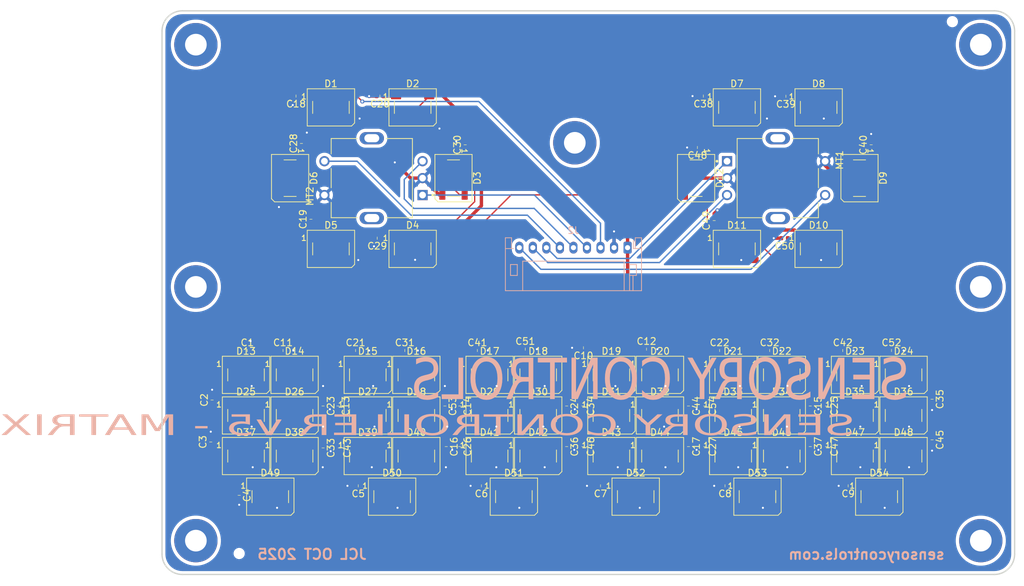
<source format=kicad_pcb>
(kicad_pcb (version 20241229) (generator "pcbnew") (generator_version "9.0")
  (layers (0 "F.Cu" signal) (2 "B.Cu" signal) (13 "F.Paste" user) (15 "B.Paste" user) (5 "F.SilkS" user "F.Silkscreen") (7 "B.SilkS" user "B.Silkscreen") (1 "F.Mask" user) (3 "B.Mask" user) (25 "Edge.Cuts" user))
  (net 0 "")
  (net 1 "GND")
  (net 2 "+5V")
  (net 3 "Net-(D48-DOUT)")
  (net 4 "Net-(D1-DOUT)")
  (net 5 "Net-(D2-DOUT)")
  (net 6 "Net-(D3-DOUT)")
  (net 7 "Net-(D4-DOUT)")
  (net 8 "Net-(D5-DOUT)")
  (net 9 "Net-(D6-DOUT)")
  (net 10 "Net-(D7-DOUT)")
  (net 11 "Net-(D8-DOUT)")
  (net 12 "Net-(D10-DIN)")
  (net 13 "Net-(D10-DOUT)")
  (net 14 "Net-(D11-DOUT)")
  (net 15 "Net-(D12-DOUT)")
  (net 16 "Net-(D13-DOUT)")
  (net 17 "Net-(D14-DOUT)")
  (net 18 "Net-(D15-DOUT)")
  (net 19 "Net-(D16-DOUT)")
  (net 20 "Net-(D17-DOUT)")
  (net 21 "Net-(D18-DOUT)")
  (net 22 "Net-(D19-DOUT)")
  (net 23 "Net-(D20-DOUT)")
  (net 24 "Net-(D21-DOUT)")
  (net 25 "Net-(D22-DOUT)")
  (net 26 "Net-(D23-DOUT)")
  (net 27 "Net-(D24-DOUT)")
  (net 28 "Net-(D25-DOUT)")
  (net 29 "Net-(D26-DOUT)")
  (net 30 "Net-(D27-DOUT)")
  (net 31 "Net-(D28-DOUT)")
  (net 32 "Net-(D29-DOUT)")
  (net 33 "Net-(D30-DOUT)")
  (net 34 "Net-(D31-DOUT)")
  (net 35 "Net-(D32-DOUT)")
  (net 36 "Net-(D33-DOUT)")
  (net 37 "Net-(D34-DOUT)")
  (net 38 "Net-(D35-DOUT)")
  (net 39 "Net-(D36-DOUT)")
  (net 40 "Net-(D37-DOUT)")
  (net 41 "/LED_OUT")
  (net 42 "Net-(D38-DOUT)")
  (net 43 "Net-(D39-DOUT)")
  (net 44 "Net-(D40-DOUT)")
  (net 45 "Net-(D41-DOUT)")
  (net 46 "Net-(D42-DOUT)")
  (net 47 "Net-(D43-DOUT)")
  (net 48 "Net-(D44-DOUT)")
  (net 49 "Net-(D45-DOUT)")
  (net 50 "Net-(D46-DOUT)")
  (net 51 "Net-(D47-DOUT)")
  (net 52 "Net-(D49-DOUT)")
  (net 53 "Net-(D50-DOUT)")
  (net 54 "Net-(D51-DOUT)")
  (net 55 "Net-(D52-DOUT)")
  (net 56 "Net-(D53-DOUT)")
  (net 57 "/S_1")
  (net 58 "/S_button")
  (net 59 "/E_2")
  (net 60 "/E_button")
  (net 61 "/E_1")
  (net 62 "/S_2")
  (footprint "LED_SMD:LED_WS2812B_PLCC4_5.0x5.0mm_P3.2mm" (layer "F.Cu") (at 87.787914 92.99878)
    (property "Reference" "D30")
    (property "Value" "WS2812B")
  )
  (footprint "Capacitor_SMD:C_0402_1005Metric" (layer "F.Cu") (at 133.6 103.4 180)
    (property "Reference" "C9")
    (property "Value" "100n")
  )
  (footprint "LED_SMD:LED_WS2812B_PLCC4_5.0x5.0mm_P3.2mm" (layer "F.Cu") (at 141.787914 92.99878)
    (property "Reference" "D36")
    (property "Value" "WS2812B")
  )
  (footprint "Capacitor_SMD:C_0402_1005Metric" (layer "F.Cu") (at 111.32 53.4 180)
    (property "Reference" "C48")
    (property "Value" "100n")
  )
  (footprint "Capacitor_SMD:C_0402_1005Metric" (layer "F.Cu") (at 124.2 66.8 180)
    (property "Reference" "C50")
    (property "Value" "100n")
  )
  (footprint "Capacitor_SMD:C_0402_1005Metric" (layer "F.Cu") (at 56 91.6 -90)
    (property "Reference" "C23")
    (property "Value" "100n")
  )
  (footprint "MountingHole:MountingHole_3.2mm_M3_Pad" (layer "F.Cu") (at 37.2 111.49878)
    (property "Reference" "H9" (hide yes))
    (property "Value" "MountingHole" (hide yes))
  )
  (footprint "MountingHole:MountingHole_3.2mm_M3_Pad" (layer "F.Cu") (at 93.200927 52.703719)
    (property "Reference" "H3" (hide yes))
    (property "Value" "MountingHole" (hide yes))
  )
  (footprint "Capacitor_SMD:C_0402_1005Metric" (layer "F.Cu") (at 74.2 97.6 -90)
    (property "Reference" "C16")
    (property "Value" "100n")
  )
  (footprint "Capacitor_SMD:C_0402_1005Metric" (layer "F.Cu") (at 114.6 83.4)
    (property "Reference" "C22")
    (property "Value" "100n")
  )
  (footprint "LED_SMD:LED_WS2812B_PLCC4_5.0x5.0mm_P3.2mm" (layer "F.Cu") (at 57.162964 47.468253)
    (property "Reference" "D1")
    (property "Value" "WS2812B")
  )
  (footprint "LED_SMD:LED_WS2812B_PLCC4_5.0x5.0mm_P3.2mm" (layer "F.Cu") (at 51.125927 57.924707 -90)
    (property "Reference" "D6")
    (property "Value" "WS2812B" (hide yes))
  )
  (footprint "Capacitor_SMD:C_0402_1005Metric" (layer "F.Cu") (at 130.4 91.6 -90)
    (property "Reference" "C25")
    (property "Value" "100n")
  )
  (footprint "LED_SMD:LED_WS2812B_PLCC4_5.0x5.0mm_P3.2mm" (layer "F.Cu") (at 80.612086 92.99878)
    (property "Reference" "D29")
    (property "Value" "WS2812B")
  )
  (footprint "LED_SMD:LED_WS2812B_PLCC4_5.0x5.0mm_P3.2mm" (layer "F.Cu") (at 134.612086 98.99878)
    (property "Reference" "D47")
    (property "Value" "WS2812B" (hide yes))
  )
  (footprint "LED_SMD:LED_WS2812B_PLCC4_5.0x5.0mm_P3.2mm" (layer "F.Cu") (at 69.787914 86.99878)
    (property "Reference" "D16")
    (property "Value" "WS2812B" (hide yes))
  )
  (footprint "LED_SMD:LED_WS2812B_PLCC4_5.0x5.0mm_P3.2mm" (layer "F.Cu") (at 134.612086 92.99878)
    (property "Reference" "D35")
    (property "Value" "WS2812B")
  )
  (footprint "Capacitor_SMD:C_0402_1005Metric" (layer "F.Cu") (at 52 45.8 180)
    (property "Reference" "C18")
    (property "Value" "100n")
  )
  (footprint "LED_SMD:LED_WS2812B_PLCC4_5.0x5.0mm_P3.2mm" (layer "F.Cu") (at 134.612086 86.99878)
    (property "Reference" "D23")
    (property "Value" "WS2812B")
  )
  (footprint "Capacitor_SMD:C_0402_1005Metric" (layer "F.Cu") (at 68.08 83.4)
    (property "Reference" "C31")
    (property "Value" "100n")
  )
  (footprint "Capacitor_SMD:C_0402_1005Metric" (layer "F.Cu") (at 128 97.6 -90)
    (property "Reference" "C37")
    (property "Value" "100n")
  )
  (footprint "LED_SMD:LED_WS2812B_PLCC4_5.0x5.0mm_P3.2mm" (layer "F.Cu") (at 116.612086 98.99878)
    (property "Reference" "D45")
    (property "Value" "WS2812B" (hide yes))
  )
  (footprint "Capacitor_SMD:C_0402_1005Metric" (layer "F.Cu") (at 130.4 97.6 -90)
    (property "Reference" "C47")
    (property "Value" "100n")
  )
  (footprint "Capacitor_SMD:C_0402_1005Metric" (layer "F.Cu") (at 112.4 97.6 -90)
    (property "Reference" "C27")
    (property "Value" "100n")
  )
  (footprint "MountingHole:ToolingHole_1.152mm" (layer "F.Cu") (at 149 34.8)
    (property "Reference" "H8" (hide yes))
    (property "Value" "MountingHole" (hide yes))
  )
  (footprint "LED_SMD:LED_WS2812B_PLCC4_5.0x5.0mm_P3.2mm" (layer "F.Cu") (at 123.787914 86.99878)
    (property "Reference" "D22")
    (property "Value" "WS2812B")
  )
  (footprint "LED_SMD:LED_WS2812B_PLCC4_5.0x5.0mm_P3.2mm" (layer "F.Cu") (at 80.612086 86.99878)
    (property "Reference" "D17")
    (property "Value" "WS2812B" (hide yes))
  )
  (footprint "LED_SMD:LED_WS2812B_PLCC4_5.0x5.0mm_P3.2mm" (layer "F.Cu") (at 69.237036 68.381161)
    (property "Reference" "D4")
    (property "Value" "WS2812B" (hide yes))
  )
  (footprint "MountingHole:MountingHole_3.2mm_M3_Pad" (layer "F.Cu") (at 153.2 111.49878)
    (property "Reference" "H5" (hide yes))
    (property "Value" "MountingHole" (hide yes))
  )
  (footprint "Capacitor_SMD:C_0402_1005Metric" (layer "F.Cu") (at 94.4 97.6 -90)
    (property "Reference" "C46")
    (property "Value" "100n")
  )
  (footprint "Capacitor_SMD:C_0402_1005Metric" (layer "F.Cu") (at 39.6 90.72 90)
    (property "Reference" "C2")
    (property "Value" "100n")
  )
  (footprint "Capacitor_SMD:C_0402_1005Metric" (layer "F.Cu") (at 43.6 104.8 -90)
    (property "Reference" "C4")
    (property "Value" "100n")
  )
  (footprint "RIC11_31S20D5S_TH:XDCR_RIC11-31S20D5S-TH" (layer "F.Cu") (at 63.2 57.924707 90)
    (property "Reference" "MT2")
    (property "Value" "RIC11-31S20D5S-TH")
  )
  (footprint "LED_SMD:LED_WS2812B_PLCC4_5.0x5.0mm_P3.2mm" (layer "F.Cu") (at 62.612086 92.99878)
    (property "Reference" "D27")
    (property "Value" "WS2812B")
  )
  (footprint "LED_SMD:LED_WS2812B_PLCC4_5.0x5.0mm_P3.2mm" (layer "F.Cu") (at 98.612086 86.99878)
    (property "Reference" "D19")
    (property "Value" "WS2812B")
  )
  (footprint "Capacitor_SMD:C_0402_1005Metric" (layer "F.Cu") (at 92 91.6 -90)
    (property "Reference" "C24")
    (property "Value" "100n")
  )
  (footprint "MountingHole:MountingHole_3.2mm_M3_Pad" (layer "F.Cu") (at 37.2 73.99878)
    (property "Reference" "H6" (hide yes))
    (property "Value" "MountingHole" (hide yes))
  )
  (footprint "LED_SMD:LED_WS2812B_PLCC4_5.0x5.0mm_P3.2mm" (layer "F.Cu") (at 135.274073 57.924707 -90)
    (property "Reference" "D9")
    (property "Value" "WS2812B" (hide yes))
  )
  (footprint "Capacitor_SMD:C_0402_1005Metric" (layer "F.Cu") (at 94.48 83 180)
    (property "Reference" "C10")
    (property "Value" "100n")
  )
  (footprint "Capacitor_SMD:C_0402_1005Metric" (layer "F.Cu") (at 76.2 91.6 -90)
    (property "Reference" "C14")
    (property "Value" "100n")
  )
  (footprint "LED_SMD:LED_WS2812B_PLCC4_5.0x5.0mm_P3.2mm" (layer "F.Cu") (at 62.612086 86.99878)
    (property "Reference" "D15")
    (property "Value" "WS2812B" (hide yes))
  )
  (footprint "LED_SMD:LED_WS2812B_PLCC4_5.0x5.0mm_P3.2mm" (layer "F.Cu") (at 80.612086 98.99878)
    (property "Reference" "D41")
    (property "Value" "WS2812B" (hide yes))
  )
  (footprint "MountingHole:MountingHole_3.2mm_M3_Pad" (layer "F.Cu") (at 153.2 73.99878)
    (property "Reference" "H4" (hide yes))
    (property "Value" "MountingHole" (hide yes))
  )
  (footprint "LED_SMD:LED_WS2812B_PLCC4_5.0x5.0mm_P3.2mm" (layer "F.Cu") (at 116.612086 92.99878)
    (property "Reference" "D33")
    (property "Value" "WS2812B")
  )
  (footprint "Capacitor_SMD:C_0402_1005Metric" (layer "F.Cu") (at 60.8 83.4)
    (property "Reference" "C21")
    (property "Value" "100n")
  )
  (footprint "Capacitor_SMD:C_0402_1005Metric" (layer "F.Cu") (at 76.2 97.6 -90)
    (property "Reference" "C26")
    (property "Value" "100n")
  )
  (footprint "LED_SMD:LED_WS2812B_PLCC4_5.0x5.0mm_P3.2mm" (layer "F.Cu") (at 48.2 104.99878)
    (property "Reference" "D49")
    (property "Value" "WS2812B" (hide yes))
  )
  (footprint "LED_SMD:LED_WS2812B_PLCC4_5.0x5.0mm_P3.2mm" (layer "F.Cu") (at 141.787914 86.99878)
    (property "Reference" "D24")
    (property "Value" "WS2812B")
  )
  (footprint "LED_SMD:LED_WS2812B_PLCC4_5.0x5.0mm_P3.2mm" (layer "F.Cu") (at 123.787914 92.99878)
    (property "Reference" "D34")
    (property "Value" "WS2812B")
  )
  (footprint "Capacitor_SMD:C_0402_1005Metric" (layer "F.Cu") (at 56 97.8 -90)
    (property "Reference" "C33")
    (property "Value" "100n")
  )
  (footprint "Capacitor_SMD:C_0402_1005Metric" (layer "F.Cu") (at 103.8 83.2)
    (property "Reference" "C12")
    (property "Value" "100n")
  )
  (footprint "Capacitor_SMD:C_0402_1005Metric" (layer "F.Cu") (at 110 97.6 -90)
    (property "Reference" "C17")
    (property "Value" "100n")
  )
  (footprint "LED_SMD:LED_WS2812B_PLCC4_5.0x5.0mm_P3.2mm" (layer "F.Cu") (at 69.787914 98.99878)
    (property "Reference" "D40")
    (property "Value" "WS2812B" (hide yes))
  )
  (footprint "Capacitor_SMD:C_0402_1005Metric" (layer "F.Cu") (at 39.4 96.92 90)
    (property "Reference" "C3")
    (property "Value" "100n")
  )
  (footprint "Capacitor_SMD:C_0402_1005Metric" (layer "F.Cu") (at 140 83.4)
    (property "Reference" "C52")
    (property "Value" "100n")
  )
  (footprint "LED_SMD:LED_WS2812B_PLCC4_5.0x5.0mm_P3.2mm" (layer "F.Cu") (at 44.612086 86.99878)
    (property "Reference" "D13")
    (property "Value" "WS2812B" (hide yes))
  )
  (footprint "Capacitor_SMD:C_0402_1005Metric" (layer "F.Cu") (at 78.8 83.4)
    (property "Reference" "C41")
    (property "Value" "100n")
  )
  (footprint "Capacitor_SMD:C_0402_1005Metric" (layer "F.Cu") (at 64 66.8 180)
    (property "Reference" "C29")
    (property "Value" "100n")
  )
  (footprint "Capacitor_SMD:C_0402_1005Metric" (layer "F.Cu") (at 132.8 83.4)
    (property "Reference" "C42")
    (property "Value" "100n")
  )
  (footprint "LED_SMD:LED_WS2812B_PLCC4_5.0x5.0mm_P3.2mm" (layer "F.Cu") (at 102.2 104.99878)
    (property "Reference" "D52")
    (property "Value" "WS2812B" (hide yes))
  )
  (footprint "LED_SMD:LED_WS2812B_PLCC4_5.0x5.0mm_P3.2mm" (layer "F.Cu") (at 98.612086 92.99878)
    (property "Reference" "D31")
    (property "Value" "WS2812B")
  )
  (footprint "LED_SMD:LED_WS2812B_PLCC4_5.0x5.0mm_P3.2mm" (layer "F.Cu") (at 117.162964 68.381161)
    (property "Reference" "D11")
    (property "Value" "WS2812B" (hide yes))
  )
  (footprint "Capacitor_SMD:C_0402_1005Metric" (layer "F.Cu") (at 146 96.6 -90)
    (property "Reference" "C45")
    (property "Value" "100n")
  )
  (footprint "LED_SMD:LED_WS2812B_PLCC4_5.0x5.0mm_P3.2mm" (layer "F.Cu") (at 51.787914 92.99878)
    (property "Reference" "D26")
    (property "Value" "WS2812B")
  )
  (footprint "Capacitor_SMD:C_0402_1005Metric" (layer "F.Cu") (at 128 91.6 -90)
    (property "Reference" "C15")
    (property "Value" "100n")
  )
  (footprint "Capacitor_SMD:C_0402_1005Metric" (layer "F.Cu") (at 137 53 90)
    (property "Reference" "C40")
    (property "Value" "100n")
  )
  (footprint "LED_SMD:LED_WS2812B_PLCC4_5.0x5.0mm_P3.2mm" (layer "F.Cu") (at 69.787914 92.99878)
    (property "Reference" "D28")
    (property "Value" "WS2812B")
  )
  (footprint "MountingHole:MountingHole_3.2mm_M3_Pad" (layer "F.Cu") (at 37.2 38.199999)
    (property "Reference" "H1" (hide yes))
    (property "Value" "MountingHole" (hide yes))
  )
  (footprint "LED_SMD:LED_WS2812B_PLCC4_5.0x5.0mm_P3.2mm" (layer "F.Cu") (at 141.787914 98.99878)
    (property "Reference" "D48")
    (property "Value" "WS2812B" (hide yes))
  )
  (footprint "LED_SMD:LED_WS2812B_PLCC4_5.0x5.0mm_P3.2mm" (layer "F.Cu") (at 44.612086 98.99878)
    (property "Reference" "D37")
    (property "Value" "WS2812B" (hide yes))
  )
  (footprint "Capacitor_SMD:C_0402_1005Metric" (layer "F.Cu") (at 52.8 52.8 90)
    (property "Reference" "C28")
    (property "Value" "100n")
  )
  (footprint "Capacitor_SMD:C_0402_1005Metric" (layer "F.Cu") (at 146 90.6 -90)
    (property "Reference" "C35")
    (property "Value" "100n")
  )
  (footprint "Capacitor_SMD:C_0402_1005Metric" (layer "F.Cu") (at 50.08 83.4)
    (property "Reference" "C11")
    (property "Value" "100n")
  )
  (footprint "LED_SMD:LED_WS2812B_PLCC4_5.0x5.0mm_P3.2mm" (layer "F.Cu") (at 105.787914 86.99878)
    (property "Reference" "D20")
    (property "Value" "WS2812B")
  )
  (footprint "LED_SMD:LED_WS2812B_PLCC4_5.0x5.0mm_P3.2mm" (layer "F.Cu") (at 111.125927 57.924707 -90)
    (property "Reference" "D12")
    (property "Value" "WS2812B" (hide yes))
  )
  (footprint "LED_SMD:LED_WS2812B_PLCC4_5.0x5.0mm_P3.2mm" (layer "F.Cu") (at 62.612086 98.99878)
    (property "Reference" "D39")
    (property "Value" "WS2812B" (hide yes))
  )
  (footprint "Capacitor_SMD:C_0402_1005Metric" (layer "F.Cu") (at 79.4 103.4 180)
    (property "Reference" "C6")
    (property "Value" "100n")
  )
  (footprint "Capacitor_SMD:C_0402_1005Metric" (layer "F.Cu") (at 58.4 97.8 -90)
    (property "Reference" "C43")
    (property "Value" "100n")
  )
  (footprint "Capacitor_SMD:C_0402_1005Metric" (layer "F.Cu") (at 74 91.6 -90)
    (property "Reference" "C53")
    (property "Value" "100n")
  )
  (footprint "Capacitor_SMD:C_0402_1005Metric" (layer "F.Cu") (at 64.4 45.8 180)
    (property "Reference" "C20")
    (property "Value" "100n")
  )
  (footprint "Capacitor_SMD:C_0402_1005Metric" (layer "F.Cu") (at 77 53 90)
    (property "Reference" "C30")
    (property "Value" "100n")
  )
  (footprint "Capacitor_SMD:C_0402_1005Metric" (layer "F.Cu") (at 85.88 83.2)
    (property "Reference" "C51")
    (property "Value" "100n")
  )
  (footprint "LED_SMD:LED_WS2812B_PLCC4_5.0x5.0mm_P3.2mm" (layer "F.Cu") (at 84.2 104.99878)
    (property "Reference" "D51")
    (property "Value" "WS2812B" (hide yes))
  )
  (footprint "Capacitor_SMD:C_0402_1005Metric" (layer "F.Cu") (at 124.4 45.83 180)
    (property "Reference" "C39")
    (property "Value" "100n")
  )
  (footprint "Capacitor_SMD:C_0402_1005Metric" (layer "F.Cu") (at 44.8 83.4)
    (property "Reference" "C1")
    (property "Value" "100n")
  )
  (footprint "LED_SMD:LED_WS2812B_PLCC4_5.0x5.0mm_P3.2mm" (layer "F.Cu") (at 57.162964 68.381161)
    (property "Reference" "D5")
    (property "Value" "WS2812B" (hide yes))
  )
  (footprint "LED_SMD:LED_WS2812B_PLCC4_5.0x5.0mm_P3.2mm" (layer "F.Cu") (at 87.787914 86.99878)
    (property "Reference" "D18")
    (property "Value" "WS2812B")
  )
  (footprint "Capacitor_SMD:C_0402_1005Metric" (layer "F.Cu") (at 110 91.6 -90)
    (property "Reference" "C44")
    (property "Value" "100n")
  )
  (footprint "LED_SMD:LED_WS2812B_PLCC4_5.0x5.0mm_P3.2mm" (layer "F.Cu") (at 87.787914 98.99878)
    (property "Reference" "D42")
    (property "Value" "WS2812B" (hide yes))
  )
  (footprint "Capacitor_SMD:C_0402_1005Metric" (layer "F.Cu") (at 113.8 64.2 90)
    (property "Reference" "C49")
    (property "Value" "100n")
  )
  (footprint "LED_SMD:LED_WS2812B_PLCC4_5.0x5.0mm_P3.2mm" (layer "F.Cu") (at 129.237036 68.381161)
    (property "Reference" "D10")
    (property "Value" "WS2812B" (hide yes))
  )
  (footprint "LED_SMD:LED_WS2812B_PLCC4_5.0x5.0mm_P3.2mm" (layer "F.Cu") (at 66.2 104.99878)
    (property "Reference" "D50")
    (property "Value" "WS2812B" (hide yes))
  )
  (footprint "MountingHole:MountingHole_3.2mm_M3_Pad" (layer "F.Cu") (at 153.2 38.199999)
    (property "Reference" "H2" (hide yes))
    (property "Value" "MountingHole" (hide yes))
  )
  (footprint "Capacitor_SMD:C_0402_1005Metric" (layer "F.Cu") (at 112.4 91.6 -90)
    (property "Reference" "C54")
    (property "Value" "100n")
  )
  (footprint "LED_SMD:LED_WS2812B_PLCC4_5.0x5.0mm_P3.2mm" (layer "F.Cu") (at 138.2 104.99878)
    (property "Reference" "D54")
    (property "Value" "WS2812B" (hide yes))
  )
  (footprint "LED_SMD:LED_WS2812B_PLCC4_5.0x5.0mm_P3.2mm" (layer "F.Cu") (at 51.787914 86.99878)
    (property "Reference" "D14")
    (property "Value" "WS2812B" (hide yes))
  )
  (footprint "LED_SMD:LED_WS2812B_PLCC4_5.0x5.0mm_P3.2mm" (layer "F.Cu") (at 51.787914 98.99878)
    (property "Reference" "D38")
    (property "Value" "WS2812B" (hide yes))
  )
  (footprint "LED_SMD:LED_WS2812B_PLCC4_5.0x5.0mm_P3.2mm" (layer "F.Cu") (at 123.787914 98.99878)
    (property "Reference" "D46")
    (property "Value" "WS2812B" (hide yes))
  )
  (footprint "Capacitor_SMD:C_0402_1005Metric" (layer "F.Cu") (at 112.2 45.8 180)
    (property "Reference" "C38")
    (property "Value" "100n")
  )
  (footprint "Capacitor_SMD:C_0402_1005Metric" (layer "F.Cu") (at 115.4 103.4 180)
    (property "Reference" "C8")
    (property "Value" "100n")
  )
  (footprint "LED_SMD:LED_WS2812B_PLCC4_5.0x5.0mm_P3.2mm" (layer "F.Cu") (at 75.274073 57.924707 -90)
    (property "Reference" "D3")
    (property "Value" "WS2812B" (hide yes))
  )
  (footprint "MountingHole:ToolingHole_1.152mm" (layer "F.Cu") (at 43.6 113.4)
    (property "Reference" "H7" (hide yes))
    (property "Value" "MountingHole" (hide yes))
  )
  (footprint "Capacitor_SMD:C_0402_1005Metric" (layer "F.Cu") (at 92 97.6 -90)
    (property "Reference" "C36")
    (property "Value" "100n")
  )
  (footprint "Capacitor_SMD:C_0402_1005Metric" (layer "F.Cu") (at 97 103.4 180)
    (property "Reference" "C7")
    (property "Value" "100n")
  )
  (footprint "Capacitor_SMD:C_0402_1005Metric" (layer "F.Cu") (at 54.2 64 90)
    (property "Reference" "C19")
    (property "Value" "100n")
  )
  (footprint "Capacitor_SMD:C_0402_1005Metric" (layer "F.Cu") (at 61.2 103.4 180)
    (property "Reference" "C5")
    (property "Value" "100n")
  )
  (footprint "LED_SMD:LED_WS2812B_PLCC4_5.0x5.0mm_P3.2mm" (layer "F.Cu") (at 120.2 104.99878)
    (property "Reference" "D53")
    (property "Value" "WS2812B" (hide yes))
  )
  (footprint "LED_SMD:LED_WS2812B_PLCC4_5.0x5.0mm_P3.2mm" (layer "F.Cu") (at 117.162964 47.468253)
    (property "Reference" "D7")
    (property "Value" "WS2812B" (hide yes))
  )
  (footprint "Capacitor_SMD:C_0402_1005Metric" (layer "F.Cu") (at 94.4 91.6 -90)
    (property "Reference" "C34")
    (property "Value" "100n")
  )
  (footprint "Capacitor_SMD:C_0402_1005Metric" (layer "F.Cu") (at 58.2 91.6 -90)
    (property "Reference" "C13")
    (property "Value" "100n")
  )
  (footprint "LED_SMD:LED_WS2812B_PLCC4_5.0x5.0mm_P3.2mm" (layer "F.Cu") (at 129.237036 47.468253)
    (property "Reference" "D8")
    (property "Value" "WS2812B" (hide yes))
  )
  (footprint "LED_SMD:LED_WS2812B_PLCC4_5.0x5.0mm_P3.2mm" (layer "F.Cu") (at 69.237036 47.468253)
    (property "Reference" "D2")
    (property "Value" "WS2812B" (hide yes))
  )
  (footprint "LED_SMD:LED_WS2812B_PLCC4_5.0x5.0mm_P3.2mm" (layer "F.Cu") (at 116.612086 86.99878)
    (property "Reference" "D21")
    (property "Value" "WS2812B")
  )
  (footprint "LED_SMD:LED_WS2812B_PLCC4_5.0x5.0mm_P3.2mm" (layer "F.Cu") (at 105.787914 92.99878)
    (property "Reference" "D32")
    (property "Value" "WS2812B")
  )
  (footprint "LED_SMD:LED_WS2812B_PLCC4_5.0x5.0mm_P3.2mm" (layer "F.Cu") (at 105.787914 98.99878)
    (property "Reference" "D44")
    (property "Value" "WS2812B" (hide yes))
  )
  (footprint "Capacitor_SMD:C_0402_1005Metric" (layer "F.Cu") (at 122 83.4)
    (property "Reference" "C32")
    (property "Value" "100n")
  )
  (footprint "LED_SMD:LED_WS2812B_PLCC4_5.0x5.0mm_P3.2mm" (layer "F.Cu") (at 44.612086 92.99878)
    (property "Reference" "D25")
    (property "Value" "WS2812B")
  )
  (footprint "RIC11_31S20D5S_TH:XDCR_RIC11-31S20D5S-TH" (layer "F.Cu") (at 123.2 57.924707 -90)
    (property "Reference" "MT1")
    (property "Value" "RIC11-31S20D5S-TH")
  )
  (footprint "LED_SMD:LED_WS2812B_PLCC4_5.0x5.0mm_P3.2mm" (layer "F.Cu") (at 98.612086 98.99878)
    (property "Reference" "D43")
    (property "Value" "WS2812B" (hide yes))
  )
  (footprint "Connector_JST:JST_PH_S9B-PH-K_1x09_P2.00mm_Horizontal" (layer "B.Cu") (at 101 68.2 180)
    (property "Reference" "J2")
    (property "Value" "Conn_01x09_Pin")
  )
  (gr_arc (start 32.2 36.2) (mid 33.07868 34.078679) (end 35.200001 33.199999) (stroke (width 0.2)) (layer "Edge.Cuts"))
  (gr_arc (start 35.200001 116.49878) (mid 33.07868 115.6201) (end 32.2 113.498779) (stroke (width 0.2)) (layer "Edge.Cuts"))
  (gr_line (start 35.200001 116.49878) (end 155.2 116.49878) (stroke (width 0.2)) (layer "Edge.Cuts"))
  (gr_line (start 158.2 36.199999) (end 158.2 113.49878) (stroke (width 0.2)) (layer "Edge.Cuts"))
  (gr_arc (start 155.2 33.199999) (mid 157.321314 34.07868) (end 158.2 36.199999) (stroke (width 0.2)) (layer "Edge.Cuts"))
  (gr_line (start 35.200001 33.199999) (end 155.2 33.199999) (stroke (width 0.2)) (layer "Edge.Cuts"))
  (gr_arc (start 158.2 113.49878) (mid 157.32132 115.6201) (end 155.2 116.49878) (stroke (width 0.2)) (layer "Edge.Cuts"))
  (gr_line (start 32.2 36.2) (end 32.2 113.498779) (stroke (width 0.2)) (layer "Edge.Cuts"))
  (gr_text "sensorycontrols.com" (at 148 114.4 0) (layer "B.SilkS") (effects (font (size 1.5 1.5) (thickness 0.3) (bold yes)) (justify left bottom mirror)))
  (gr_text "JCL OCT 2025" (at 62.6 114.4 0) (layer "B.SilkS") (effects (font (size 1.5 1.5) (thickness 0.3) (bold yes)) (justify left bottom mirror)))
  (gr_text "SENSORY CONTROLS" (at 142.6 91.6 0) (layer "B.SilkS") (effects (font (size 6 5) (thickness 0.1)) (justify left bottom mirror)))
  (gr_text "SENSORY CONTROLLER v5 - MATRIX" (at 134.6 96.4 0) (layer "B.SilkS") (effects (font (size 3 5) (thickness 0.1)) (justify left bottom mirror)))
  (segment (start 39.6 90.24) (end 39.6 89.2) (width 0.5) (layer "F.Cu") (net 1))
  (segment (start 62.8 45.8) (end 63.92 45.8) (width 0.5) (layer "F.Cu") (net 1))
  (segment (start 74.15122 100.64878) (end 72.237914 100.64878) (width 0.5) (layer "F.Cu") (net 1))
  (segment (start 109.475927 60.374707) (end 111.925927 57.924707) (width 0.5) (layer "F.Cu") (net 1))
  (segment (start 45.6 100.64878) (end 47.062086 100.64878) (width 0.5) (layer "F.Cu") (net 1))
  (segment (start 114.286618 62.686618) (end 113.8 63.173236) (width 0.5) (layer "F.Cu") (net 1))
  (segment (start 86.36 83.2) (end 87.6 83.2) (width 0.5) (layer "F.Cu") (net 1))
  (segment (start 99 68.2) (end 99 65.8) (width 0.5) (layer "F.Cu") (net 1))
  (segment (start 81.6 100.64878) (end 83.062086 100.64878) (width 0.5) (layer "F.Cu") (net 1))
  (segment (start 52.8 52.32) (end 52.8 52) (width 0.5) (layer "F.Cu") (net 1))
  (segment (start 67 106.64878) (end 68.65 106.64878) (width 0.5) (layer "F.Cu") (net 1))
  (segment (start 111.2 98.08) (end 110 98.08) (width 0.5) (layer "F.Cu") (net 1))
  (segment (start 129.2 92.08) (end 128 92.08) (width 0.5) (layer "F.Cu") (net 1))
  (segment (start 105.4 83.2) (end 104.28 83.2) (width 0.5) (layer "F.Cu") (net 1))
  (segment (start 56 88.64878) (end 54.237914 88.64878) (width 0.5) (layer "F.Cu") (net 1))
  (segment (start 99.55122 100.64878) (end 101.062086 100.64878) (width 0.5) (layer "F.Cu") (net 1))
  (segment (start 45.28 82) (end 45.28 83.4) (width 0.5) (layer "F.Cu") (net 1))
  (segment (start 129.2 92.08) (end 130.4 92.08) (width 0.5) (layer "F.Cu") (net 1))
  (segment (start 121.6 49.118253) (end 119.612964 49.118253) (width 0.5) (layer "F.Cu") (net 1))
  (segment (start 93.2 92.08) (end 92 92.08) (width 0.5) (layer "F.Cu") (net 1))
  (segment (start 96.52 103.4) (end 95 103.4) (width 0.5) (layer "F.Cu") (net 1))
  (segment (start 137 52.52) (end 137 51.4) (width 0.5) (layer "F.Cu") (net 1))
  (segment (start 51.52 47.12) (end 51.52 45.8) (width 0.5) (layer "F.Cu") (net 1))
  (segment (start 142.6 100.64878) (end 144.237914 100.64878) (width 0.5) (layer "F.Cu") (net 1))
  (segment (start 142.6 94.64878) (end 144.237914 94.64878) (width 0.5) (layer "F.Cu") (net 1))
  (segment (start 75.68 52.52) (end 77 52.52) (width 0.5) (layer "F.Cu") (net 1))
  (segment (start 75.08 98.08) (end 76.2 98.08) (width 0.5) (layer "F.Cu") (net 1))
  (segment (start 68.924707 57.924707) (end 66.6 55.6) (width 0.5) (layer "F.Cu") (net 1))
  (segment (start 146 92.2) (end 146 91.08) (width 0.5) (layer "F.Cu") (net 1))
  (segment (start 50.56 83.4) (end 51.6 83.4) (width 0.5) (layer "F.Cu") (net 1))
  (segment (start 146 98.2) (end 146 97.08) (width 0.5) (layer "F.Cu") (net 1))
  (segment (start 124.55122 94.64878) (end 126.237914 94.64878) (width 0.5) (layer "F.Cu") (net 1))
  (segment (start 85 106.64878) (end 86.65 106.64878) (width 0.5) (layer "F.Cu") (net 1))
  (segment (start 117.8 70.031161) (end 119.612964 70.031161) (width 0.5) (layer "F.Cu") (net 1))
  (segment (start 111.925927 57.924707) (end 115.7 57.924707) (width 0.5) (layer "F.Cu") (net 1))
  (segment (start 57 92.08) (end 56 92.08) (width 0.5) (layer "F.Cu") (net 1))
  (segment (start 115.08 83.4) (end 116.2 83.4) (width 0.5) (layer "F.Cu") (net 1))
  (segment (start 75 92.08) (end 76.2 92.08) (width 0.5) (layer "F.Cu") (net 1))
  (segment (start 111.72 45.8) (end 110.6 45.8) (width 0.5) (layer "F.Cu") (net 1))
  (segment (start 117.55122 94.64878) (end 119.062086 94.64878) (width 0.5) (layer "F.Cu") (net 1))
  (segment (start 80.35 83.4) (end 79.28 83.4) (width 0.5) (layer "F.Cu") (net 1))
  (segment (start 73.168783 50.6) (end 73.2 50.6) (width 0.5) (layer "F.Cu") (net 1))
  (segment (start 92.8 83) (end 94 83) (width 0.5) (layer "F.Cu") (net 1))
  (segment (start 49.2 106.64878) (end 50.65 106.64878) (width 0.5) (layer "F.Cu") (net 1))
  (segment (start 68.56 83.4) (end 70 83.4) (width 0.5) (layer "F.Cu") (net 1))
  (segment (start 88.75122 100.64878) (end 90.237914 100.64878) (width 0.5) (layer "F.Cu") (net 1))
  (segment (start 49.475927 62.2) (end 49.475927 60.374707) (width 0.5) (layer "F.Cu") (net 1))
  (segment (start 60.52 103.4) (end 59.6 103.4) (width 0.5) (layer "F.Cu") (net 1))
  (segment (start 142.6 88.64878) (end 144.237914 88.64878) (width 0.5) (layer "F.Cu") (net 1))
  (segment (start 99.55122 94.64878) (end 101.062086 94.64878) (width 0.5) (layer "F.Cu") (net 1))
  (segment (start 93.2 92.08) (end 94.4 92.08) (width 0.5) (layer "F.Cu") (net 1))
  (segment (start 140.48 83.4) (end 141.8 83.4) (width 0.5) (layer "F.Cu") (net 1))
  (segment (start 45.44878 88.64878) (end 47.062086 88.64878) (width 0.5) (layer "F.Cu") (net 1))
  (segment (start 63.4 88.64878) (end 65.062086 88.64878) (width 0.5) (layer "F.Cu") (net 1))
  (segment (start 45.44878 94.64878) (end 47.062086 94.64878) (width 0.5) (layer "F.Cu") (net 1))
  (segment (start 133.28 83.4) (end 134.4 83.4) (width 0.5) (layer "F.Cu") (net 1))
  (segment (start 106.6 88.64878) (end 108.237914 88.64878) (width 0.5) (layer "F.Cu") (net 1))
  (segment (start 109.8 53.4) (end 110.84 53.4) (width 0.5) (layer "F.Cu") (net 1))
  (segment (start 54.2 63.52) (end 54.2 62.424707) (width 0.5) (layer "F.Cu") (net 1))
  (segment (start 114.92 103.4) (end 113.8 103.4) (width 0.5) (layer "F.Cu") (net 1))
  (segment (start 55.95122 100.64878) (end 54.237914 100.64878) (width 0.5) (layer "F.Cu") (net 1))
  (segment (start 99.2 88.64878) (end 101.062086 88.64878) (width 0.5) (layer "F.Cu") (net 1))
  (segment (start 63.52 68) (end 63.52 66.8) (width 0.5) (layer "F.Cu") (net 1))
  (segment (start 56 94.64878) (end 54.237914 94.64878) (width 0.5) (layer "F.Cu") (net 1))
  (segment (start 106.4 94.64878) (end 108.237914 94.64878) (width 0.5) (layer "F.Cu") (net 1))
  (segment (start 133.624073 59.48162) (end 130.2 56.057547) (width 0.5) (layer "F.Cu") (net 1))
  (segment (start 39.4 95.4) (end 39.4 96.44) (width 0.5) (layer "F.Cu") (net 1))
  (segment (start 133.624073 60.374707) (end 133.624073 59.48162) (width 0.5) (layer "F.Cu") (net 1))
  (segment (start 121 106.64878) (end 122.65 106.64878) (width 0.5) (layer "F.Cu") (net 1))
  (segment (start 111.2 98.08) (end 112.2 98.08) (width 0.5) (layer "F.Cu") (net 1))
  (segment (start 88.55122 94.64878) (end 90.237914 94.64878) (width 0.5) (layer "F.Cu") (net 1))
  (segment (start 57 92.08) (end 58.2 92.08) (width 0.5) (layer "F.Cu") (net 1))
  (segment (start 111.2 92.08) (end 110 92.08) (width 0.5) (layer "F.Cu") (net 1))
  (segment (start 133.12 103.4) (end 132.2 103.4) (width 0.5) (layer "F.Cu") (net 1))
  (segment (start 123.72 66.8) (end 122.6 66.8) (width 0.5) (layer "F.Cu") (net 1))
  (segment (start 81.6 94.64878) (end 83.062086 94.64878) (width 0.5) (layer "F.Cu") (net 1))
  (segment (start 130 49.118253) (end 131.687036 49.118253) (width 0.5) (layer "F.Cu") (net 1))
  (segment (start 135.4 94.64878) (end 137.062086 94.64878) (width 0.5) (layer "F.Cu") (net 1))
  (segment (start 52.8 52) (end 53.6 51.2) (width 0.5) (layer "F.Cu") (net 1))
  (segment (start 71.687036 70.031161) (end 69.631161 70.031161) (width 0.5) (layer "F.Cu") (net 1))
  (segment (start 126.237914 88.64878) (end 124.64878 88.64878) (width 0.5) (layer "F.Cu") (net 1))
  (segment (start 124.64878 88.64878) (end 124.624265 88.624265) (width 0.5) (layer "F.Cu") (net 1))
  (segment (start 61.4 49.118253) (end 59.612964 49.118253) (width 0.5) (layer "F.Cu") (net 1))
  (segment (start 122.8 45.83) (end 123.92 45.83) (width 0.5) (layer "F.Cu") (net 1))
  (segment (start 117.6 88.64878) (end 119.062086 88.64878) (width 0.5) (layer "F.Cu") (net 1))
  (segment (start 124.6 100.64878) (end 126.237914 100.64878) (width 0.5) (layer "F.Cu") (net 1))
  (segment (start 93.12 98.08) (end 92 98.08) (width 0.5) (layer "F.Cu") (net 1))
  (segment (start 70.7 57.924707) (end 73.15 60.374707) (width 0.5) (layer "F.Cu") (net 1))
  (segment (start 71.687036 49.118253) (end 73.168783 50.6) (width 0.5) (layer "F.Cu") (net 1))
  (segment (start 70.7 57.924707) (end 68.924707 57.924707) (width 0.5) (layer "F.Cu") (net 1))
  (segment (start 81.64878 88.64878) (end 83.062086 88.64878) (width 0.5) (layer "F.Cu") (net 1))
  (segment (start 73.15 60.374707) (end 73.624073 60.374707) (width 0.5) (layer "F.Cu") (net 1))
  (segment (start 54.2 62.424707) (end 56.2 60.424707) (width 0.5) (layer "F.Cu") (net 1))
  (segment (start 129.2 98.08) (end 130.4 98.08) (width 0.5) (layer "F.Cu") (net 1))
  (segment (start 139 106.64878) (end 140.65 106.64878) (width 0.5) (layer "F.Cu") (net 1))
  (segment (start 122.48 83.4) (end 123.6 83.4) (width 0.5) (layer "F.Cu") (net 1))
  (segment (start 61.28 83.4) (end 62.8 83.4) (width 0.5) (layer "F.Cu") (net 1))
  (segment (start 130.2 56.057547) (end 130.2 55.424707) (width 0.5) (layer "F.Cu") (net 1))
  (segment (start 129.2 98.08) (end 128 98.08) (width 0.5) (layer "F.Cu") (net 1))
  (segment (start 75 92.08) (end 74 92.08) (width 0.5) (layer "F.Cu") (net 1))
  (segment (start 69.631161 70.031161) (end 69.6 70) (width 0.5) (layer "F.Cu") (net 1))
  (segment (start 57.12 98.28) (end 58.4 98.28) (width 0.5) (layer "F.Cu") (net 1))
  (segment (start 63.2 100.64878) (end 65.062086 100.64878) (width 0.5) (layer "F.Cu") (net 1))
  (segment (start 102.8 106.64878) (end 104.65 106.64878) (width 0.5) (layer "F.Cu") (net 1))
  (segment (start 106.6 100.64878) (end 108.237914 100.64878) (width 0.5) (layer "F.Cu") (net 1))
  (segment (start 135.6 88.64878) (end 137.062086 88.64878) (width 0.5) (layer "F.Cu") (net 1))
  (segment (start 117.35122 100.64878) (end 119.062086 100.64878) (width 0.5) (layer "F.Cu") (net 1))
  (segment (start 63.6 94.64878) (end 65.062086 94.64878) (width 0.5) (layer "F.Cu") (net 1))
  (segment (start 74.35122 94.64878) (end 72.237914 94.64878) (width 0.5) (layer "F.Cu") (net 1))
  (segment (start 111.2 92.08) (end 112.4 92.08) (width 0.5) (layer "F.Cu") (net 1))
  (segment (start 74 88.64878) (end 72.237914 88.64878) (width 0.5) (layer "F.Cu") (net 1))
  (segment (start 78.92 103.4) (end 77.8 103.4) (width 0.5) (layer "F.Cu") (net 1))
  (segment (start 135.4 100.64878) (end 137.062086 100.64878) (width 0.5) (layer "F.Cu") (net 1))
  (segment (start 57.12 98.28) (end 56 98.28) (width 0.5) (layer "F.Cu") (net 1))
  (segment (start 93.12 98.08) (end 94.4 98.08) (width 0.5) (layer "F.Cu") (net 1))
  (segment (start 75.08 98.08) (end 74.2 98.08) (width 0.5) (layer "F.Cu") (net 1))
  (segment (start 88.75122 88.64878) (end 90.237914 88.64878) (width 0.5) (layer "F.Cu") (net 1))
  (segment (start 129.6 70.031161) (end 131.687036 70.031161) (width 0.5) (layer "F.Cu") (net 1))
  (segment (start 43.6 106.2) (end 43.6 105.28) (width 0.5) (layer "F.Cu") (net 1))
  (segment (start 113.8 63.173236) (end 113.8 63.72) (width 0.5) (layer "F.Cu") (net 1))
  (segment (start 61.2 70.031161) (end 59.612964 70.031161) (width 0.5) (layer "F.Cu") (net 1))
  (via (at 122.6 66.8) (size 0.6) (drill 0.3) (layers "F.Cu" "B.Cu") (net 1))
  (via (at 57 92.08) (size 0.6) (drill 0.3) (layers "F.Cu" "B.Cu") (net 1))
  (via (at 141.8 83.4) (size 0.6) (drill 0.3) (layers "F.Cu" "B.Cu") (net 1))
  (via (at 110.6 45.8) (size 0.6) (drill 0.3) (layers "F.Cu" "B.Cu") (net 1))
  (via (at 123.6 83.4) (size 0.6) (drill 0.3) (layers "F.Cu" "B.Cu") (net 1))
  (via (at 62.8 45.8) (size 0.6) (drill 0.3) (layers "F.Cu" "B.Cu") (net 1))
  (via (at 75.08 98.08) (size 0.6) (drill 0.3) (layers "F.Cu" "B.Cu") (net 1))
  (via (at 85 106.64878) (size 0.6) (drill 0.3) (layers "F.Cu" "B.Cu") (net 1))
  (via (at 70 83.4) (size 0.6) (drill 0.3) (layers "F.Cu" "B.Cu") (net 1))
  (via (at 45.28 82) (size 0.6) (drill 0.3) (layers "F.Cu" "B.Cu") (net 1))
  (via (at 106.6 88.64878) (size 0.6) (drill 0.3) (layers "F.Cu" "B.Cu") (net 1))
  (via (at 62.8 83.4) (size 0.6) (drill 0.3) (layers "F.Cu" "B.Cu") (net 1))
  (via (at 67 106.64878) (size 0.6) (drill 0.3) (layers "F.Cu" "B.Cu") (net 1))
  (via (at 93.2 92.08) (size 0.6) (drill 0.3) (layers "F.Cu" "B.Cu") (net 1))
  (via (at 132.2 103.4) (size 0.6) (drill 0.3) (layers "F.Cu" "B.Cu") (net 1))
  (via (at 49.475927 62.2) (size 0.6) (drill 0.3) (layers "F.Cu" "B.Cu") (net 1))
  (via (at 130 49.118253) (size 0.6) (drill 0.3) (layers "F.Cu" "B.Cu") (net 1))
  (via (at 99 65.8) (size 0.6) (drill 0.3) (layers "F.Cu" "B.Cu") (net 1))
  (via (at 117.55122 94.64878) (size 0.6) (drill 0.3) (layers "F.Cu" "B.Cu") (net 1))
  (via (at 43.6 106.2) (size 0.6) (drill 0.3) (layers "F.Cu" "B.Cu") (net 1))
  (via (at 146 92.2) (size 0.6) (drill 0.3) (layers "F.Cu" "B.Cu") (net 1))
  (via (at 39.6 89.2) (size 0.6) (drill 0.3) (layers "F.Cu" "B.Cu") (net 1))
  (via (at 113.8 103.4) (size 0.6) (drill 0.3) (layers "F.Cu" "B.Cu") (net 1))
  (via (at 45.6 100.64878) (size 0.6) (drill 0.3) (layers "F.Cu" "B.Cu") (net 1))
  (via (at 135.6 88.64878) (size 0.6) (drill 0.3) (layers "F.Cu" "B.Cu") (net 1))
  (via (at 95 103.4) (size 0.6) (drill 0.3) (layers "F.Cu" "B.Cu") (net 1))
  (via (at 81.6 100.64878) (size 0.6) (drill 0.3) (layers "F.Cu" "B.Cu") (net 1))
  (via (at 142.6 94.64878) (size 0.6) (drill 0.3) (layers "F.Cu" "B.Cu") (net 1))
  (via (at 117.6 88.64878) (size 0.6) (drill 0.3) (layers "F.Cu" "B.Cu") (net 1))
  (via (at 57.12 98.28) (size 0.6) (drill 0.3) (layers "F.Cu" "B.Cu") (net 1))
  (via (at 116.2 83.4) (size 0.6) (drill 0.3) (layers "F.Cu" "B.Cu") (net 1))
  (via (at 45.44878 88.64878) (size 0.6) (drill 0.3) (layers "F.Cu" "B.Cu") (net 1))
  (via (at 114.286618 62.686618) (size 0.6) (drill 0.3) (layers "F.Cu" "B.Cu") (net 1))
  (via (at 124.55122 94.64878) (size 0.6) (drill 0.3) (layers "F.Cu" "B.Cu") (net 1))
  (via (at 111.2 92.08) (size 0.6) (drill 0.3) (layers "F.Cu" "B.Cu") (net 1))
  (via (at 124.624265 88.624265) (size 0.6) (drill 0.3) (layers "F.Cu" "B.Cu") (net 1))
  (via (at 99.2 88.64878) (size 0.6) (drill 0.3) (layers "F.Cu" "B.Cu") (net 1))
  (via (at 74 88.64878) (size 0.6) (drill 0.3) (layers "F.Cu" "B.Cu") (net 1))
  (via (at 69.6 70) (size 0.6) (drill 0.3) (layers "F.Cu" "B.Cu") (net 1))
  (via (at 45.44878 94.64878) (size 0.6) (drill 0.3) (layers "F.Cu" "B.Cu") (net 1))
  (via (at 63.2 100.64878) (size 0.6) (drill 0.3) (layers "F.Cu" "B.Cu") (net 1))
  (via (at 106.6 100.64878) (size 0.6) (drill 0.3) (layers "F.Cu" "B.Cu") (net 1))
  (via (at 117.35122 100.64878) (size 0.6) (drill 0.3) (layers "F.Cu" "B.Cu") (net 1))
  (via (at 93.12 98.08) (size 0.6) (drill 0.3) (layers "F.Cu" "B.Cu") (net 1))
  (via (at 121.6 49.118253) (size 0.6) (drill 0.3) (layers "F.Cu" "B.Cu") (net 1))
  (via (at 92.8 83) (size 0.6) (drill 0.3) (layers "F.Cu" "B.Cu") (net 1))
  (via (at 129.2 92.08) (size 0.6) (drill 0.3) (layers "F.Cu" "B.Cu") (net 1))
  (via (at 53.6 51.2) (size 0.6) (drill 0.3) (layers "F.Cu" "B.Cu") (net 1))
  (via (at 77.8 103.4) (size 0.6) (drill 0.3) (layers "F.Cu" "B.Cu") (net 1))
  (via (at 129.2 98.08) (size 0.6) (drill 0.3) (layers "F.Cu" "B.Cu") (net 1))
  (via (at 129.6 70.031161) (size 0.6) (drill 0.3) (layers "F.Cu" "B.Cu") (net 1))
  (via (at 51.6 83.4) (size 0.6) (drill 0.3) (layers "F.Cu" "B.Cu") (net 1))
  (via (at 137 51.4) (size 0.6) (drill 0.3) (layers "F.Cu" "B.Cu") (net 1))
  (via (at 74.15122 100.64878) (size 0.6) (drill 0.3) (layers "F.Cu" "B.Cu") (net 1))
  (via (at 99.55122 94.64878) (size 0.6) (drill 0.3) (layers "F.Cu" "B.Cu") (net 1))
  (via (at 88.75122 88.64878) (size 0.6) (drill 0.3) (layers "F.Cu" "B.Cu") (net 1))
  (via (at 88.55122 94.64878) (size 0.6) (drill 0.3) (layers "F.Cu" "B.Cu") (net 1))
  (via (at 111.2 98.08) (size 0.6) (drill 0.3) (layers "F.Cu" "B.Cu") (net 1))
  (via (at 142.6 88.64878) (size 0.6) (drill 0.3) (layers "F.Cu" "B.Cu") (net 1))
  (via (at 99.55122 100.64878) (size 0.6) (drill 0.3) (layers "F.Cu" "B.Cu") (net 1))
  (via (at 56 88.64878) (size 0.6) (drill 0.3) (layers "F.Cu" "B.Cu") (net 1))
  (via (at 74.35122 94.64878) (size 0.6) (drill 0.3) (layers "F.Cu" "B.Cu") (net 1))
  (via (at 102.8 106.64878) (size 0.6) (drill 0.3) (layers "F.Cu" "B.Cu") (net 1))
  (via (at 135.4 100.64878) (size 0.6) (drill 0.3) (layers "F.Cu" "B.Cu") (net 1))
  (via (at 80.35 83.4) (size 0.6) (drill 0.3) (layers "F.Cu" "B.Cu") (net 1))
  (via (at 135.4 94.64878) (size 0.6) (drill 0.3) (layers "F.Cu" "B.Cu") (net 1))
  (via (at 146 98.2) (size 0.6) (drill 0.3) (layers "F.Cu" "B.Cu") (net 1))
  (via (at 81.6 94.64878) (size 0.6) (drill 0.3) (layers "F.Cu" "B.Cu") (net 1))
  (via (at 75.68 52.52) (size 0.6) (drill 0.3) (layers "F.Cu" "B.Cu") (net 1))
  (via (at 109.8 53.4) (size 0.6) (drill 0.3) (layers "F.Cu" "B.Cu") (net 1))
  (via (at 56 94.64878) (size 0.6) (drill 0.3) (layers "F.Cu" "B.Cu") (net 1))
  (via (at 105.4 83.2) (size 0.6) (drill 0.3) (layers "F.Cu" "B.Cu") (net 1))
  (via (at 61.2 70.031161) (size 0.6) (drill 0.3) (layers "F.Cu" "B.Cu") (net 1))
  (via (at 139 106.64878) (size 0.6) (drill 0.3) (layers "F.Cu" "B.Cu") (net 1))
  (via (at 87.6 83.2) (size 0.6) (drill 0.3) (layers "F.Cu" "B.Cu") (net 1))
  (via (at 51.52 47.12) (size 0.6) (drill 0.3) (layers "F.Cu" "B.Cu") (net 1))
  (via (at 66.6 55.6) (size 0.6) (drill 0.3) (layers "F.Cu" "B.Cu") (net 1))
  (via (at 81.64878 88.64878) (size 0.6) (drill 0.3) (layers "F.Cu" "B.Cu") (net 1))
  (via (at 73.2 50.6) (size 0.6) (drill 0.3) (layers "F.Cu" "B.Cu") (net 1))
  (via (at 55.95122 100.64878) (size 0.6) (drill 0.3) (layers "F.Cu" "B.Cu") (net 1))
  (via (at 134.4 83.4) (size 0.6) (drill 0.3) (layers "F.Cu" "B.Cu") (net 1))
  (via (at 75 92.08) (size 0.6) (drill 0.3) (layers "F.Cu" "B.Cu") (net 1))
  (via (at 63.6 94.64878) (size 0.6) (drill 0.3) (layers "F.Cu" "B.Cu") (net 1))
  (via (at 39.4 95.4) (size 0.6) (drill 0.3) (layers "F.Cu" "B.Cu") (net 1))
  (via (at 117.8 70.031161) (size 0.6) (drill 0.3) (layers "F.Cu" "B.Cu") (net 1))
  (via (at 121 106.64878) (size 0.6) (drill 0.3) (layers "F.Cu" "B.Cu") (net 1))
  (via (at 122.8 45.83) (size 0.6) (drill 0.3) (layers "F.Cu" "B.Cu") (net 1))
  (via (at 106.4 94.64878) (size 0.6) (drill 0.3) (layers "F.Cu" "B.Cu") (net 1))
  (via (at 142.6 100.64878) (size 0.6) (drill 0.3) (layers "F.Cu" "B.Cu") (net 1))
  (via (at 59.6 103.4) (size 0.6) (drill 0.3) (layers "F.Cu" "B.Cu") (net 1))
  (via (at 49.2 106.64878) (size 0.6) (drill 0.3) (layers "F.Cu" "B.Cu") (net 1))
  (via (at 63.52 68) (size 0.6) (drill 0.3) (layers "F.Cu" "B.Cu") (net 1))
  (via (at 61.4 49.118253) (size 0.6) (drill 0.3) (layers "F.Cu" "B.Cu") (net 1))
  (via (at 88.75122 100.64878) (size 0.6) (drill 0.3) (layers "F.Cu" "B.Cu") (net 1))
  (via (at 124.6 100.64878) (size 0.6) (drill 0.3) (layers "F.Cu" "B.Cu") (net 1))
  (via (at 63.4 88.64878) (size 0.6) (drill 0.3) (layers "F.Cu" "B.Cu") (net 1))
  (segment (start 78.162086 91.34878) (end 79.310866 90.2) (width 0.5) (layer "F.Cu") (net 2))
  (segment (start 138.189134 84.2) (end 139.337914 85.34878) (width 0.5) (layer "F.Cu") (net 2))
  (segment (start 54.712964 66.731161) (end 54.2 66.218197) (width 0.5) (layer "F.Cu") (net 2))
  (segment (start 48.086694 86.6) (end 49.337914 85.34878) (width 0.5) (layer "F.Cu") (net 2))
  (segment (start 47.00022 104.599) (end 62.49978 104.599) (width 0.5) (layer "F.Cu") (net 2))
  (segment (start 66.189134 96.2) (end 67.337914 97.34878) (width 0.5) (layer "F.Cu") (net 2))
  (segment (start 48.286694 92.4) (end 49.337914 91.34878) (width 0.5) (layer "F.Cu") (net 2))
  (segment (start 96.162086 91.34878) (end 97.310866 90.2) (width 0.5) (layer "F.Cu") (net 2))
  (segment (start 104.486694 84.2) (end 113.013306 84.2) (width 0.5) (layer "F.Cu") (net 2))
  (segment (start 76.2 91.12) (end 77.933306 91.12) (width 0.5) (layer "F.Cu") (net 2))
  (segment (start 67.337914 97.34878) (end 68.486694 96.2) (width 0.5) (layer "F.Cu") (net 2))
  (segment (start 74 90.2) (end 77.013306 90.2) (width 0.5) (layer "F.Cu") (net 2))
  (segment (start 114.32 83.4) (end 114.162086 83.557914) (width 0.5) (layer "F.Cu") (net 2))
  (segment (start 81.75 103.34878) (end 82.89878 102.2) (width 0.5) (layer "F.Cu") (net 2))
  (segment (start 96.162086 85.34878) (end 99.75 81.760866) (width 0.5) (layer "F.Cu") (net 2))
  (segment (start 122.486694 90.2) (end 128 90.2) (width 0.5) (layer "F.Cu") (net 2))
  (segment (start 60.133306 97.32) (end 60.162086 97.34878) (width 0.5) (layer "F.Cu") (net 2))
  (segment (start 67.337914 83.662086) (end 67.6 83.4) (width 0.5) (layer "F.Cu") (net 2))
  (segment (start 131.013306 96.2) (end 132.162086 97.34878) (width 0.5) (layer "F.Cu") (net 2))
  (segment (start 98.60122 102.2) (end 99.75 103.34878) (width 0.5) (layer "F.Cu") (net 2))
  (segment (start 56 91.12) (end 56 90.2) (width 0.5) (layer "F.Cu") (net 2))
  (segment (start 42.162086 85.34878) (end 43.413306 86.6) (width 0.5) (layer "F.Cu") (net 2))
  (segment (start 95.933306 97.12) (end 96.162086 97.34878) (width 0.5) (layer "F.Cu") (net 2))
  (segment (start 102.189134 90.2) (end 103.337914 91.34878) (width 0.5) (layer "F.Cu") (net 2))
  (segment (start 39.6 91.2) (end 42.013306 91.2) (width 0.5) (layer "F.Cu") (net 2))
  (segment (start 50.486694 84.2) (end 59.013306 84.2) (width 0.5) (layer "F.Cu") (net 2))
  (segment (start 99.75 103.34878) (end 100.89878 102.2) (width 0.5) (layer "F.Cu") (net 2))
  (segment (start 125.655875 65.6) (end 115.844125 65.6) (width 0.5) (layer "F.Cu") (net 2))
  (segment (start 132.162086 83.557914) (end 132.32 83.4) (width 0.5) (layer "F.Cu") (net 2))
  (segment (start 61.310866 84.2) (end 66.189134 84.2) (width 0.5) (layer "F.Cu") (net 2))
  (segment (start 120.189134 96.2) (end 121.337914 97.34878) (width 0.5) (layer "F.Cu") (net 2))
  (segment (start 95.013306 96.2) (end 96.162086 97.34878) (width 0.5) (layer "F.Cu") (net 2))
  (segment (start 137 55.39878) (end 136.924073 55.474707) (width 0.5) (layer "F.Cu") (net 2))
  (segment (start 59.013306 84.2) (end 60.162086 85.34878) (width 0.5) (layer "F.Cu") (net 2))
  (segment (start 82.89878 102.2) (end 98.60122 102.2) (width 0.5) (layer "F.Cu") (net 2))
  (segment (start 78.162086 85.34878) (end 78.162086 83.437914) (width 0.5) (layer "F.Cu") (net 2))
  (segment (start 118.89878 102.2) (end 134.60122 102.2) (width 0.5) (layer "F.Cu") (net 2))
  (segment (start 78.162086 97.34878) (end 79.310866 96.2) (width 0.5) (layer "F.Cu") (net 2))
  (segment (start 101 68.2) (end 101 80.510866) (width 0.5) (layer "F.Cu") (net 2))
  (segment (start 131.013306 84.2) (end 132.162086 85.34878) (width 0.5) (layer "F.Cu") (net 2))
  (segment (start 130.4 97.12) (end 131.933306 97.12) (width 0.5) (layer "F.Cu") (net 2))
  (segment (start 58.4 97.32) (end 60.133306 97.32) (width 0.5) (layer "F.Cu") (net 2))
  (segment (start 81.75 103.34878) (end 80.60122 102.2) (width 0.5) (layer "F.Cu") (net 2))
  (segment (start 134.6 53.150634) (end 136.924073 55.474707) (width 0.5) (layer "F.Cu") (net 2))
  (segment (start 114.162086 91.34878) (end 115.310866 90.2) (width 0.5) (layer "F.Cu") (net 2))
  (segment (start 42.110866 97.4) (end 42.162086 97.34878) (width 0.5) (layer "F.Cu") (net 2))
  (segment (start 59.013306 90.2) (end 60.162086 91.34878) (width 0.5) (layer "F.Cu") (net 2))
  (segment (start 53.474707 55.474707) (end 58.2 60.2) (width 0.5) (layer "F.Cu") (net 2))
  (segment (start 110 91.12) (end 110 90.2) (width 0.5) (layer "F.Cu") (net 2))
  (segment (start 112.8 53.4) (end 112.8 47.731217) (width 0.5) (layer "F.Cu") (net 2))
  (segment (start 43.213306 92.4) (end 48.286694 92.4) (width 0.5) (layer "F.Cu") (net 2))
  (segment (start 114.162086 97.34878) (end 115.310866 96.2) (width 0.5) (layer "F.Cu") (net 2))
  (segment (start 45.75 103.34878) (end 43.286634 103.34878) (width 0.5) (layer "F.Cu") (net 2))
  (segment (start 131.013306 90.2) (end 132.162086 91.34878) (width 0.5) (layer "F.Cu") (net 2))
  (segment (start 85.337914 85.34878) (end 86.486694 84.2) (width 0.5) (layer "F.Cu") (net 2))
  (segment (start 124.88 45.83) (end 126.775289 45.83) (width 0.5) (layer "F.Cu") (net 2))
  (segment (start 97.310866 90.2) (end 102.189134 90.2) (width 0.5) (layer "F.Cu") (net 2))
  (segment (start 58.2 60.2) (end 58.2 63.244125) (width 0.5) (layer "F.Cu") (net 2))
  (segment (start 79.4 62) (end 79.4 57.950634) (width 0.5) (layer "F.Cu") (net 2))
  (segment (start 64.89878 102.2) (end 63.75 103.34878) (width 0.5) (layer "F.Cu") (net 2))
  (segment (start 120.189134 84.2) (end 121.337914 85.34878) (width 0.5) (layer "F.Cu") (net 2))
  (segment (start 130.4 91.12) (end 131.933306 91.12) (width 0.5) (layer "F.Cu") (net 2))
  (segment (start 66.787036 66.731161) (end 65.655875 65.6) (width 0.5) (layer "F.Cu") (net 2))
  (segment (start 52.775927 53.304073) (end 52.8 53.28) (width 0.5) (layer "F.Cu") (net 2))
  (segment (start 68.486694 90.2) (end 74 90.2) (width 0.5) (layer "F.Cu") (net 2))
  (segment (start 74 91.12) (end 74 90.2) (width 0.5) (layer "F.Cu") (net 2))
  (segment (start 52.775927 55.474707) (end 52.775927 53.304073) (width 0.5) (layer "F.Cu") (net 2))
  (segment (start 97.310866 96.2) (end 102.189134 96.2) (width 0.5) (layer "F.Cu") (net 2))
  (segment (start 81.69878 103.4) (end 81.75 103.34878) (width 0.5) (layer "F.Cu") (net 2))
  (segment (start 133.2 68.4) (end 128.455875 68.4) (width 0.5) (layer "F.Cu") (net 2))
  (segment (start 64.48 66.8) (end 66.718197 66.8) (width 0.5) (layer "F.Cu") (net 2))
  (segment (start 102.189134 96.2) (end 103.337914 97.34878) (width 0.5) (layer "F.Cu") (net 2))
  (segment (start 44.110866 83.4) (end 44.32 83.4) (width 0.5) (layer "F.Cu") (net 2))
  (segment (start 112.8 55.450634) (end 112.775927 55.474707) (width 0.5) (layer "F.Cu") (net 2))
  (segment (start 134.6 46.4) (end 134.6 53.150634) (width 0.5) (layer "F.Cu") (net 2))
  (segment (start 100.89878 102.2) (end 116.60122 102.2) (width 0.5) (layer "F.Cu") (net 2))
  (segment (start 92 90.2) (end 86.486694 90.2) (width 0.5) (layer "F.Cu") (net 2))
  (segment (start 76.2 97.12) (end 77.933306 97.12) (width 0.5) (layer "F.Cu") (net 2))
  (segment (start 132.8 44.6) (end 134.6 46.4) (width 0.5) (layer "F.Cu") (net 2))
  (segment (start 77.013306 90.2) (end 78.162086 91.34878) (width 0.5) (layer "F.Cu") (net 2))
  (segment (start 59.933306 91.12) (end 58.2 91.12) (width 0.5) (layer "F.Cu") (net 2))
  (segment (start 138.189134 90.2) (end 139.337914 91.34878) (width 0.5) (layer "F.Cu") (net 2))
  (segment (start 110 96.2) (end 113.013306 96.2) (width 0.5) (layer "F.Cu") (net 2))
  (segment (start 120.189134 90.2) (end 121.337914 91.34878) (width 0.5) (layer "F.Cu") (net 2))
  (segment (start 42.162086 97.34878) (end 43.413306 98.6) (width 0.5) (layer "F.Cu") (net 2))
  (segment (start 78.2 83.4) (end 78.32 83.4) (width 0.5) (layer "F.Cu") (net 2))
  (segment (start 96.162086 91.34878) (end 95.013306 90.2) (width 0.5) (layer "F.Cu") (net 2))
  (segment (start 80.60122 102.2) (end 64.89878 102.2) (width 0.5) (layer "F.Cu") (net 2))
  (segment (start 133.310866 96.2) (end 138.189134 96.2) (width 0.5) (layer "F.Cu") (net 2))
  (segment (start 94.96 84.146694) (end 96.162086 85.34878) (width 0.5) (layer "F.Cu") (net 2))
  (segment (start 133.310866 84.2) (end 138.189134 84.2) (width 0.5) (layer "F.Cu") (net 2))
  (segment (start 116.60122 102.2) (end 117.75 103.34878) (width 0.5) (layer "F.Cu") (net 2))
  (segment (start 134.60122 102.2) (end 135.75 103.34878) (width 0.5) (layer "F.Cu") (net 2))
  (segment (start 112.4 91.12) (end 113.933306 91.12) (width 0.5) (layer "F.Cu") (net 2))
  (segment (start 79.88 103.4) (end 81.69878 103.4) (width 0.5) (layer "F.Cu") (net 2))
  (segment (start 49.337914 83.662086) (end 49.6 83.4) (width 0.5) (layer "F.Cu") (net 2))
  (segment (start 113.8 64.68) (end 113.8 65.818197) (width 0.5) (layer "F.Cu") (net 2))
  (segment (start 135.69878 103.4) (end 135.75 103.34878) (width 0.5) (layer "F.Cu") (net 2))
  (segment (start 50.486694 90.2) (end 56 90.2) (width 0.5) (layer "F.Cu") (net 2))
  (segment (start 114.162086 83.557914) (end 114.162086 85.34878) (width 0.5) (layer "F.Cu") (net 2))
  (segment (start 103.337914 97.34878) (end 104.486694 96.2) (width 0.5) (layer "F.Cu") (net 2))
  (segment (start 76.924073 53.555927) (end 77 53.48) (width 0.5) (layer "F.Cu") (net 2))
  (segment (start 113.013306 96.2) (end 114.162086 97.34878) (width 0.5) (layer "F.Cu") (net 2))
  (segment (start 40.6 86.910866) (end 40.6 89.786694) (width 0.5) (layer "F.Cu") (net 2))
  (segment (start 60.162086 83.557914) (end 60.32 83.4) (width 0.5) (layer "F.Cu") (net 2))
  (segment (start 41.973306 97.16) (end 42.162086 97.34878) (width 0.5) (layer "F.Cu") (net 2))
  (segment (start 113.933306 97.12) (end 114.162086 97.34878) (width 0.5) (layer "F.Cu") (net 2))
  (segment (start 113.933306 91.12) (end 114.162086 91.34878) (width 0.5) (layer "F.Cu") (net 2))
  (segment (start 94.4 91.12) (end 95.933306 91.12) (width 0.5) (layer "F.Cu") (net 2))
  (segment (start 68.486694 96.2) (end 74.2 96.2) (width 0.5) (layer "F.Cu") (net 2))
  (segment (start 133.310866 90.2) (end 138.189134 90.2) (width 0.5) (layer "F.Cu") (net 2))
  (segment (start 84.189134 96.2) (end 85.337914 97.34878) (width 0.5) (layer "F.Cu") (net 2))
  (segment (start 40.6 102.4) (end 41.54878 103.34878) (width 0.5) (layer "F.Cu") (net 2))
  (segment (start 132.162086 91.34878) (end 133.310866 90.2) (width 0.5) (layer "F.Cu") (net 2))
  (segment (start 128 91.12) (end 128 90.2) (width 0.5) (layer "F.Cu") (net 2))
  (segment (start 110 97.12) (end 110 96.2) (width 0.5) (layer "F.Cu") (net 2))
  (segment (start 77.933306 91.12) (end 78.162086 91.34878) (width 0.5) (layer "F.Cu") (net 2))
  (segment (start 128 90.2) (end 131.013306 90.2) (width 0.5) (layer "F.Cu") (net 2))
  (segment (start 139.52 85.166694) (end 139.52 83.4) (width 0.5) (layer "F.Cu") (net 2))
  (segment (start 62.49978 104.599) (end 63.75 103.34878) (width 0.5) (layer "F.Cu") (net 2))
  (segment (start 86.486694 96.2) (end 92 96.2) (width 0.5) (layer "F.Cu") (net 2))
  (segment (start 99.69878 103.4) (end 99.75 103.34878) (width 0.5) (layer "F.Cu") (net 2))
  (segment (start 42.162086 85.34878) (end 42.162086 65.037914) (width 0.5) (layer "F.Cu") (net 2))
  (segment (start 125.606289 46.999) (end 126.787036 45.818253) (width 0.5) (layer "F.Cu") (net 2))
  (segment (start 45.75 103.34878) (end 47.00022 104.599) (width 0.5) (layer "F.Cu") (net 2))
  (segment (start 43.413306 98.6) (end 48.086694 98.6) (width 0.5) (layer "F.Cu") (net 2))
  (segment (start 66.189134 90.2) (end 67.337914 91.34878) (width 0.5) (layer "F.Cu") (net 2))
  (segment (start 128 96.2) (end 131.013306 96.2) (width 0.5) (layer "F.Cu") (net 2))
  (segment (start 85.337914 85.34878) (end 85.337914 83.262086) (width 0.5) (layer "F.Cu") (net 2))
  (segment (start 112.8 55.450634) (end 112.8 53.4) (width 0.5) (layer "F.Cu") (net 2))
  (segment (start 39.4 97.4) (end 42.110866 97.4) (width 0.5) (layer "F.Cu") (net 2))
  (segment (start 121.337914 83.582086) (end 121.52 83.4) (width 0.5) (layer "F.Cu") (net 2))
  (segment (start 84.189134 90.2) (end 85.337914 91.34878) (width 0.5) (layer "F.Cu") (net 2))
  (segment (start 43.6 104.32) (end 43.6 103.34878) (width 0.5) (layer "F.Cu") (net 2))
  (segment (start 42.162086 97.34878) (end 40.6 98.910866) (width 0.5) (layer "F.Cu") (net 2))
  (segment (start 41.54878 103.34878) (end 43.286634 103.34878) (width 0.5) (layer "F.Cu") (net 2))
  (segment (start 67.337914 91.34878) (end 68.486694 90.2) (width 0.5) (layer "F.Cu") (net 2))
  (segment (start 113.8 65.818197) (end 114.712964 66.731161) (width 0.5) (layer "F.Cu") (net 2))
  (segment (start 72.522117 44.6) (end 78.4 50.477883) (width 0.5) (layer "F.Cu") (net 2))
  (segment (start 114.712964 45.818253) (end 115.893711 46.999) (width 0.5) (layer "F.Cu") (net 2))
  (segment (start 77.933306 97.12) (end 78.162086 97.34878) (width 0.5) (layer "F.Cu") (net 2))
  (segment (start 74.2 96.2) (end 77.013306 96.2) (width 0.5) (layer "F.Cu") (net 2))
  (segment (start 117.69878 103.4) (end 117.75 103.34878) (width 0.5) (layer "F.Cu") (net 2))
  (segment (start 54.694711 45.8) (end 54.712964 45.818253) (width 0.5) (layer "F.Cu") (net 2))
  (segment (start 115.88 103.4) (end 117.69878 103.4) (width 0.5) (layer "F.Cu") (net 2))
  (segment (start 66.787036 66.731161) (end 68.455875 68.4) (width 0.5) (layer "F.Cu") (net 2))
  (segment (start 92 91.32) (end 92 90.2) (width 0.5) (layer "F.Cu") (net 2))
  (segment (start 101 68.2) (end 101 66.4) (width 0.5) (layer "F.Cu") (net 2))
  (segment (start 132.162086 85.34878) (end 133.310866 84.2) (width 0.5) (layer "F.Cu") (net 2))
  (segment (start 103.337914 91.34878) (end 104.486694 90.2) (width 0.5) (layer "F.Cu") (net 2))
  (segment (start 84.189134 84.2) (end 85.337914 85.34878) (width 0.5) (layer "F.Cu") (net 2))
  (segment (start 79.310866 90.2) (end 84.189134 90.2) (width 0.5) (layer "F.Cu") (net 2))
  (segment (start 67.337914 85.34878) (end 67.337914 83.662086) (width 0.5) (layer "F.Cu") (net 2))
  (segment (start 94.96 83) (end 94.96 84.146694) (width 0.5) (layer "F.Cu") (net 2))
  (segment (start 95.933306 91.12) (end 96.162086 91.34878) (width 0.5) (layer "F.Cu") (net 2))
  (segment (start 126.787036 45.818253) (end 128.005289 44.6) (width 0.5) (layer "F.Cu") (net 2))
  (segment (start 96.162086 97.34878) (end 97.310866 96.2) (width 0.5) (layer "F.Cu") (net 2))
  (segment (start 115.310866 84.2) (end 120.189134 84.2) (width 0.5) (layer "F.Cu") (net 2))
  (segment (start 42.162086 85.34878) (end 44.110866 83.4) (width 0.5) (layer "F.Cu") (net 2))
  (segment (start 60.162086 91.34878) (end 61.310866 90.2) (width 0.5) (layer "F.Cu") (net 2))
  (segment (start 110 90.2) (end 113.013306 90.2) (width 0.5) (layer "F.Cu") (net 2))
  (segment (start 136.924073 55.474707) (end 138.8 57.350634) (width 0.5) (layer "F.Cu") (net 2))
  (segment (start 128.455875 68.4) (end 126.787036 66.731161) (width 0.5) (layer "F.Cu") (net 2))
  (segment (start 66.787036 45.818253) (end 68.005289 44.6) (width 0.5) (layer "F.Cu") (net 2))
  (segment (start 52.775927 55.474707) (end 53.474707 55.474707) (width 0.5) (layer "F.Cu") (net 2))
  (segment (start 66.718197 66.8) (end 66.787036 66.731161) (width 0.5) (layer "F.Cu") (net 2))
  (segment (start 73 68.4) (end 79.4 62) (width 0.5) (layer "F.Cu") (net 2))
  (segment (start 49.337914 97.34878) (end 50.486694 96.2) (width 0.5) (layer "F.Cu") (net 2))
  (segment (start 68.486694 84.2) (end 77.013306 84.2) (width 0.5) (layer "F.Cu") (net 2))
  (segment (start 40.6 95.786694) (end 42.162086 97.34878) (width 0.5) (layer "F.Cu") (net 2))
  (segment (start 139.337914 91.34878) (end 140.566694 90.12) (width 0.5) (layer "F.Cu") (net 2))
  (segment (start 115.310866 96.2) (end 120.189134 96.2) (width 0.5) (layer "F.Cu") (net 2))
  (segment (start 117.75 103.34878) (end 118.89878 102.2) (width 0.5) (layer "F.Cu") (net 2))
  (segment (start 78.4 53.99878) (end 76.924073 55.474707) (width 0.5) (layer "F.Cu") (net 2))
  (segment (start 60.162086 85.34878) (end 60.162086 83.557914) (width 0.5) (layer "F.Cu") (net 2))
  (segment (start 56.39778 96.2) (end 59.013306 96.2) (width 0.5) (layer "F.Cu") (net 2))
  (segment (start 68.005289 44.6) (end 72.522117 44.6) (width 0.5) (layer "F.Cu") (net 2))
  (segment (start 114.694711 45.8) (end 114.712964 45.818253) (width 0.5) (layer "F.Cu") (net 2))
  (segment (start 66.768783 45.8) (end 66.787036 45.818253) (width 0.5) (layer "F.Cu") (net 2))
  (segment (start 103.337914 83.217914) (end 103.32 83.2) (width 0.5) (layer "F.Cu") (net 2))
  (segment (start 66.189134 84.2) (end 67.337914 85.34878) (width 0.5) (layer "F.Cu") (net 2))
  (segment (start 128 97.12) (end 128 96.2) (width 0.5) (layer "F.Cu") (net 2))
  (segment (start 114.162086 85.34878) (end 115.310866 84.2) (width 0.5) (layer "F.Cu") (net 2))
  (segment (start 78.162086 83.437914) (end 78.2 83.4) (width 0.5) (layer "F.Cu") (net 2))
  (segment (start 43.413306 86.6) (end 48.086694 86.6) (width 0.5) (layer "F.Cu") (net 2))
  (segment (start 79.4 57.950634) (end 76.924073 55.474707) (width 0.5) (layer "F.Cu") (net 2))
  (segment (start 132.162086 97.34878) (end 133.310866 96.2) (width 0.5) (layer "F.Cu") (net 2))
  (segment (start 49.337914 85.34878) (end 49.337914 83.662086) (width 0.5) (layer "F.Cu") (net 2))
  (segment (start 139.337914 97.34878) (end 140.566694 96.12) (width 0.5) (layer "F.Cu") (net 2))
  (segment (start 42.162086 85.34878) (end 40.6 86.910866) (width 0.5) (layer "F.Cu") (net 2))
  (segment (start 61.48 103.4) (end 63.69878 103.4) (width 0.5) (layer "F.Cu") (net 2))
  (segment (start 124.68 66.8) (end 126.718197 66.8) (width 0.5) (layer "F.Cu") (net 2))
  (segment (start 138.8 62.8) (end 133.2 68.4) (width 0.5) (layer "F.Cu") (net 2))
  (segment (start 112.8 53.4) (end 111.8 53.4) (width 0.5) (layer "F.Cu") (net 2))
  (segment (start 104.486694 90.2) (end 110 90.2) (width 0.5) (layer "F.Cu") (net 2))
  (segment (start 65.655875 65.6) (end 55.844125 65.6) (width 0.5) (layer "F.Cu") (net 2))
  (segment (start 103.337914 85.34878) (end 103.337914 83.217914) (width 0.5) (layer "F.Cu") (net 2))
  (segment (start 86.486694 90.2) (end 85.337914 91.34878) (width 0.5) (layer "F.Cu") (net 2))
  (segment (start 85.337914 97.34878) (end 86.486694 96.2) (width 0.5) (layer "F.Cu") (net 2))
  (segment (start 50.486694 96.2) (end 55.60222 96.2) (width 0.5) (layer "F.Cu") (net 2))
  (segment (start 112.2 97.12) (end 113.933306 97.12) (width 0.5) (layer "F.Cu") (net 2))
  (segment (start 79.310866 84.2) (end 84.189134 84.2) (width 0.5) (layer "F.Cu") (net 2))
  (segment (start 59.013306 96.2) (end 60.162086 97.34878) (width 0.5) (layer "F.Cu") (net 2))
  (segment (start 140.566694 96.12) (end 146 96.12) (width 0.5) (layer "F.Cu") (net 2))
  (segment (start 67.337914 85.34878) (end 68.486694 84.2) (width 0.5) (layer "F.Cu") (net 2))
  (segment (start 40.6 89.786694) (end 42.162086 91.34878) (width 0.5) (layer "F.Cu") (net 2))
  (segment (start 115.893711 46.999) (end 125.606289 46.999) (width 0.5) (layer "F.Cu") (net 2))
  (segment (start 78.162086 85.34878) (end 79.310866 84.2) (width 0.5) (layer "F.Cu") (net 2))
  (segment (start 138.189134 96.2) (end 139.337914 97.34878) (width 0.5) (layer "F.Cu") (net 2))
  (segment (start 122.486694 84.2) (end 131.013306 84.2) (width 0.5) (layer "F.Cu") (net 2))
  (segment (start 126.775289 45.83) (end 126.787036 45.818253) (width 0.5) (layer "F.Cu") (net 2))
  (segment (start 94.4 97.12) (end 95.933306 97.12) (width 0.5) (layer "F.Cu") (net 2))
  (segment (start 121.337914 85.34878) (end 122.486694 84.2) (width 0.5) (layer "F.Cu") (net 2))
  (segment (start 111.925293 55.474707) (end 112.775927 55.474707) (width 0.5) (layer "F.Cu") (net 2))
  (segment (start 113.013306 84.2) (end 114.162086 85.34878) (width 0.5) (layer "F.Cu") (net 2))
  (segment (start 121.337914 97.34878) (end 122.486694 96.2) (width 0.5) (layer "F.Cu") (net 2))
  (segment (start 54.2 66.218197) (end 54.2 64.48) (width 0.5) (layer "F.Cu") (net 2))
  (segment (start 140.566694 90.12) (end 146 90.12) (width 0.5) (layer "F.Cu") (net 2))
  (segment (start 97.48 103.4) (end 99.69878 103.4) (width 0.5) (layer "F.Cu") (net 2))
  (segment (start 121.337914 85.34878) (end 121.337914 83.582086) (width 0.5) (layer "F.Cu") (net 2))
  (segment (start 42.162086 91.34878) (end 40.6 92.910866) (width 0.5) (layer "F.Cu") (net 2))
  (segment (start 58.2 63.244125) (end 54.712964 66.731161) (width 0.5) (layer "F.Cu") (net 2))
  (segment (start 40.6 92.910866) (end 40.6 95.786694) (width 0.5) (layer "F.Cu") (net 2))
  (segment (start 56 96.59778) (end 56.39778 96.2) (width 0.5) (layer "F.Cu") (net 2))
  (segment (start 61.310866 96.2) (end 66.189134 96.2) (width 0.5) (layer "F.Cu") (net 2))
  (segment (start 55.60222 96.2) (end 56 96.59778) (width 0.5) (layer "F.Cu") (net 2))
  (segment (start 85.337914 83.262086) (end 85.4 83.2) (width 0.5) (layer "F.Cu") (net 2))
  (segment (start 95.013306 90.2) (end 92 90.2) (width 0.5) (layer "F.Cu") (net 2))
  (segment (start 115.310866 90.2) (end 120.189134 90.2) (width 0.5) (layer "F.Cu") (net 2))
  (segment (start 60.162086 91.34878) (end 59.933306 91.12) (width 0.5) (layer "F.Cu") (net 2))
  (segment (start 60.162086 97.34878) (end 61.310866 96.2) (width 0.5) (layer "F.Cu") (net 2))
  (segment (start 134.08 103.4) (end 135.69878 103.4) (width 0.5) (layer "F.Cu") (net 2))
  (segment (start 137 53.48) (end 137 55.39878) (width 0.5) (layer "F.Cu") (net 2))
  (segment (start 86.486694 84.2) (end 95.013306 84.2) (width 0.5) (layer "F.Cu") (net 2))
  (segment (start 131.933306 97.12) (end 132.162086 97.34878) (width 0.5) (layer "F.Cu") (net 2))
  (segment (start 131.933306 91.12) (end 132.162086 91.34878) (width 0.5) (layer "F.Cu") (net 2))
  (segment (start 42.162086 91.34878) (end 43.213306 92.4) (width 0.5) (layer "F.Cu") (net 2))
  (segment (start 42.162086 65.037914) (end 47.4 59.8) (width 0.5) (layer "F.Cu") (net 2))
  (segment (start 77.013306 84.2) (end 78.162086 85.34878) (width 0.5) (layer "F.Cu") (net 2))
  (segment (start 56 90.2) (end 59.013306 90.2) (width 0.5) (layer "F.Cu") (net 2))
  (segment (start 42.013306 91.2) (end 42.162086 91.34878) (width 0.5) (layer "F.Cu") (net 2))
  (segment (start 126.718197 66.8) (end 126.787036 66.731161) (width 0.5) (layer "F.Cu") (net 2))
  (segment (start 113.013306 90.2) (end 114.162086 91.34878) (width 0.5) (layer "F.Cu") (net 2))
  (segment (start 63.69878 103.4) (end 63.75 103.34878) (width 0.5) (layer "F.Cu") (net 2))
  (segment (start 79.310866 96.2) (end 84.189134 96.2) (width 0.5) (layer "F.Cu") (net 2))
  (segment (start 92 96.2) (end 95.013306 96.2) (width 0.5) (layer "F.Cu") (net 2))
  (segment (start 68.455875 68.4) (end 73 68.4) (width 0.5) (layer "F.Cu") (net 2))
  (segment (start 115.844125 65.6) (end 114.712964 66.731161) (width 0.5) (layer "F.Cu") (net 2))
  (segment (start 128.005289 44.6) (end 132.8 44.6) (width 0.5) (layer "F.Cu") (net 2))
  (segment (start 49.337914 85.34878) (end 50.486694 84.2) (width 0.5) (layer "F.Cu") (net 2))
  (segment (start 104.486694 96.2) (end 110 96.2) (width 0.5) (layer "F.Cu") (net 2))
  (segment (start 139.337914 85.34878) (end 139.52 85.166694) (width 0.5) (layer "F.Cu") (net 2))
  (segment (start 121.337914 91.34878) (end 122.486694 90.2) (width 0.5) (layer "F.Cu") (net 2))
  (segment (start 61.310866 90.2) (end 66.189134 90.2) (width 0.5) (layer "F.Cu") (net 2))
  (segment (start 52.48 45.8) (end 54.694711 45.8) (width 0.5) (layer "F.Cu") (net 2))
  (segment (start 78.4 50.477883) (end 78.4 53.99878) (width 0.5) (layer "F.Cu") (net 2))
  (segment (start 48.086694 98.6) (end 49.337914 97.34878) (width 0.5) (layer "F.Cu") (net 2))
  (segment (start 126.787036 66.731161) (end 125.655875 65.6) (width 0.5) (layer "F.Cu") (net 2))
  (segment (start 56 97.32) (end 56 96.59778) (width 0.5) (layer "F.Cu") (net 2))
  (segment (start 122.486694 96.2) (end 128 96.2) (width 0.5) (layer "F.Cu") (net 2))
  (segment (start 112.68 45.8) (end 114.694711 45.8) (width 0.5) (layer "F.Cu") (net 2))
  (segment (start 55.844125 65.6) (end 54.712964 66.731161) (width 0.5) (layer "F.Cu") (net 2))
  (segment (start 112.8 47.731217) (end 114.712964 45.818253) (width 0.5) (layer "F.Cu") (net 2))
  (segment (start 138.8 57.350634) (end 138.8 62.8) (width 0.5) (layer "F.Cu") (net 2))
  (segment (start 40.6 98.910866) (end 40.6 102.4) (width 0.5) (layer "F.Cu") (net 2))
  (segment (start 60.162086 85.34878) (end 61.310866 84.2) (width 0.5) (layer "F.Cu") (net 2))
  (segment (start 95.013306 84.2) (end 96.162086 85.34878) (width 0.5) (layer "F.Cu") (net 2))
  (segment (start 92 97.12) (end 92 96.2) (width 0.5) (layer "F.Cu") (net 2))
  (segment (start 101 66.4) (end 111.925293 55.474707) (width 0.5) (layer "F.Cu") (net 2))
  (segment (start 54.712964 45.818253) (end 47.4 53.131217) (width 0.5) (layer "F.Cu") (net 2))
  (segment (start 103.337914 85.34878) (end 104.486694 84.2) (width 0.5) (layer "F.Cu") (net 2))
  (segment (start 64.88 45.8) (end 66.768783 45.8) (width 0.5) (layer "F.Cu") (net 2))
  (segment (start 47.4 59.8) (end 51.725293 55.474707) (width 0.5) (layer "F.Cu") (net 2))
  (segment (start 51.725293 55.474707) (end 52.775927 55.474707) (width 0.5) (layer "F.Cu") (net 2))
  (segment (start 77.013306 96.2) (end 78.162086 97.34878) (width 0.5) (layer "F.Cu") (net 2))
  (segment (start 101 80.510866) (end 96.162086 85.34878) (width 0.5) (layer "F.Cu") (net 2))
  (segment (start 74.2 97.12) (end 74.2 96.2) (width 0.5) (layer "F.Cu") (net 2))
  (segment (start 132.162086 85.34878) (end 132.162086 83.557914) (width 0.5) (layer "F.Cu") (net 2))
  (segment (start 47.4 53.131217) (end 47.4 59.8) (width 0.5) (layer "F.Cu") (net 2))
  (segment (start 99.75 81.760866) (end 103.337914 85.34878) (width 0.5) (layer "F.Cu") (net 2))
  (segment (start 76.924073 55.474707) (end 76.924073 53.555927) (width 0.5) (layer "F.Cu") (net 2))
  (segment (start 49.337914 91.34878) (end 50.486694 90.2) (width 0.5) (layer "F.Cu") (net 2))
  (segment (start 52.39878 101.6) (end 50.65 103.34878) (width 0.2) (layer "F.Cu") (net 3))
  (segment (start 138.386694 101.6) (end 52.39878 101.6) (width 0.2) (layer "F.Cu") (net 3))
  (segment (start 139.337914 100.64878) (end 138.386694 101.6) (width 0.2) (layer "F.Cu") (net 3))
  (segment (start 54.712964 49.118253) (end 56.231217 47.6) (width 0.2) (layer "F.Cu") (net 4))
  (segment (start 69.905289 47.6) (end 71.687036 45.818253) (width 0.2) (layer "F.Cu") (net 4))
  (segment (start 56.231217 47.6) (end 69.905289 47.6) (width 0.2) (layer "F.Cu") (net 4))
  (segment (start 72.4 56.6) (end 76.174707 60.374707) (width 0.2) (layer "F.Cu") (net 5))
  (segment (start 76.174707 60.374707) (end 76.924073 60.374707) (width 0.2) (layer "F.Cu") (net 5))
  (segment (start 72.4 54.731217) (end 72.4 56.6) (width 0.2) (layer "F.Cu") (net 5))
  (segment (start 66.787036 49.118253) (end 72.4 54.731217) (width 0.2) (layer "F.Cu") (net 5))
  (segment (start 73.624073 55.474707) (end 74.274707 55.474707) (width 0.2) (layer "F.Cu") (net 6))
  (segment (start 74.274707 55.474707) (end 78.4 59.6) (width 0.2) (layer "F.Cu") (net 6))
  (segment (start 73.068839 66.731161) (end 71.687036 66.731161) (width 0.2) (layer "F.Cu") (net 6))
  (segment (start 78.4 59.6) (end 78.4 61.4) (width 0.2) (layer "F.Cu") (net 6))
  (segment (start 78.4 61.4) (end 73.068839 66.731161) (width 0.2) (layer "F.Cu") (net 6))
  (segment (start 66.787036 70.031161) (end 62.912964 70.031161) (width 0.2) (layer "F.Cu") (net 7))
  (segment (start 62.912964 70.031161) (end 59.612964 66.731161) (width 0.2) (layer "F.Cu") (net 7))
  (segment (start 52.775927 68.094124) (end 52.775927 60.374707) (width 0.2) (layer "F.Cu") (net 8))
  (segment (start 54.712964 70.031161) (end 52.775927 68.094124) (width 0.2) (layer "F.Cu") (net 8))
  (segment (start 58.4 43.8) (end 117.594711 43.8) (width 0.2) (layer "F.Cu") (net 9))
  (segment (start 49.475927 55.474707) (end 49.475927 52.724073) (width 0.2) (layer "F.Cu") (net 9))
  (segment (start 117.594711 43.8) (end 119.612964 45.818253) (width 0.2) (layer "F.Cu") (net 9))
  (segment (start 49.475927 52.724073) (end 58.4 43.8) (width 0.2) (layer "F.Cu") (net 9))
  (segment (start 114.712964 49.118253) (end 115.831217 48) (width 0.2) (layer "F.Cu") (net 10))
  (segment (start 129.505289 48) (end 131.687036 45.818253) (width 0.2) (layer "F.Cu") (net 10))
  (segment (start 115.831217 48) (end 129.505289 48) (width 0.2) (layer "F.Cu") (net 10))
  (segment (start 136.262354 60.374707) (end 136.924073 60.374707) (width 0.2) (layer "F.Cu") (net 11))
  (segment (start 131.755 54.086217) (end 131.755 55.867353) (width 0.2) (layer "F.Cu") (net 11))
  (segment (start 126.787036 49.118253) (end 131.755 54.086217) (width 0.2) (layer "F.Cu") (net 11))
  (segment (start 131.755 55.867353) (end 136.262354 60.374707) (width 0.2) (layer "F.Cu") (net 11))
  (segment (start 133.068839 66.731161) (end 131.687036 66.731161) (width 0.2) (layer "F.Cu") (net 12))
  (segment (start 138 59.4) (end 138 61.8) (width 0.2) (layer "F.Cu") (net 12))
  (segment (start 133.624073 55.474707) (end 134.074707 55.474707) (width 0.2) (layer "F.Cu") (net 12))
  (segment (start 138 61.8) (end 133.068839 66.731161) (width 0.2) (layer "F.Cu") (net 12))
  (segment (start 134.074707 55.474707) (end 138 59.4) (width 0.2) (layer "F.Cu") (net 12))
  (segment (start 126.787036 70.031161) (end 122.912964 70.031161) (width 0.2) (layer "F.Cu") (net 13))
  (segment (start 122.912964 70.031161) (end 119.612964 66.731161) (width 0.2) (layer "F.Cu") (net 13))
  (segment (start 114.712964 70.031161) (end 112.775927 68.094124) (width 0.2) (layer "F.Cu") (net 14))
  (segment (start 112.775927 68.094124) (end 112.775927 60.374707) (width 0.2) (layer "F.Cu") (net 14))
  (segment (start 47.062086 85.34878) (end 47.062086 82.337914) (width 0.2) (layer "F.Cu") (net 15))
  (segment (start 54.4 75) (end 69.2 75) (width 0.2) (layer "F.Cu") (net 15))
  (segment (start 47.062086 82.337914) (end 54.4 75) (width 0.2) (layer "F.Cu") (net 15))
  (segment (start 83.8 60.4) (end 104.550634 60.4) (width 0.2) (layer "F.Cu") (net 15))
  (segment (start 69.2 75) (end 83.8 60.4) (width 0.2) (layer "F.Cu") (net 15))
  (segment (start 104.550634 60.4) (end 109.475927 55.474707) (width 0.2) (layer "F.Cu") (net 15))
  (segment (start 44.338009 87.4) (end 50 87.4) (width 0.2) (layer "F.Cu") (net 16))
  (segment (start 52.05122 85.34878) (end 54.237914 85.34878) (width 0.2) (layer "F.Cu") (net 16))
  (segment (start 50 87.4) (end 52.05122 85.34878) (width 0.2) (layer "F.Cu") (net 16))
  (segment (start 42.162086 88.64878) (end 43.089229 88.64878) (width 0.2) (layer "F.Cu") (net 16))
  (segment (start 43.089229 88.64878) (end 44.338009 87.4) (width 0.2) (layer "F.Cu") (net 16))
  (segment (start 50.75122 88.64878) (end 52.2 87.2) (width 0.2) (layer "F.Cu") (net 17))
  (segment (start 60.941996 87.2) (end 62.793216 85.34878) (width 0.2) (layer "F.Cu") (net 17))
  (segment (start 49.337914 88.64878) (end 50.75122 88.64878) (width 0.2) (layer "F.Cu") (net 17))
  (segment (start 52.2 87.2) (end 60.941996 87.2) (width 0.2) (layer "F.Cu") (net 17))
  (segment (start 62.793216 85.34878) (end 65.062086 85.34878) (width 0.2) (layer "F.Cu") (net 17))
  (segment (start 69.796299 87.2) (end 71.647519 85.34878) (width 0.2) (layer "F.Cu") (net 18))
  (segment (start 61.55122 88.64878) (end 63 87.2) (width 0.2) (layer "F.Cu") (net 18))
  (segment (start 63 87.2) (end 69.796299 87.2) (width 0.2) (layer "F.Cu") (net 18))
  (segment (start 60.162086 88.64878) (end 61.55122 88.64878) (width 0.2) (layer "F.Cu") (net 18))
  (segment (start 71.647519 85.34878) (end 72.237914 85.34878) (width 0.2) (layer "F.Cu") (net 18))
  (segment (start 71.6 87.2) (end 79.8 87.2) (width 0.2) (layer "F.Cu") (net 19))
  (segment (start 81.65122 85.34878) (end 83.062086 85.34878) (width 0.2) (layer "F.Cu") (net 19))
  (segment (start 79.8 87.2) (end 81.65122 85.34878) (width 0.2) (layer "F.Cu") (net 19))
  (segment (start 67.337914 88.64878) (end 70.15122 88.64878) (width 0.2) (layer "F.Cu") (net 19))
  (segment (start 70.15122 88.64878) (end 71.6 87.2) (width 0.2) (layer "F.Cu") (net 19))
  (segment (start 88.100365 85.34878) (end 90.237914 85.34878) (width 0.2) (layer "F.Cu") (net 20))
  (segment (start 78.162086 88.64878) (end 80.15122 88.64878) (width 0.2) (layer "F.Cu") (net 20))
  (segment (start 80.15122 88.64878) (end 81.6 87.2) (width 0.2) (layer "F.Cu") (net 20))
  (segment (start 81.6 87.2) (end 86.249145 87.2) (width 0.2) (layer "F.Cu") (net 20))
  (segment (start 86.249145 87.2) (end 88.100365 85.34878) (width 0.2) (layer "F.Cu") (net 20))
  (segment (start 85.337914 88.64878) (end 87.324805 88.64878) (width 0.2) (layer "F.Cu") (net 21))
  (segment (start 99.05122 85.34878) (end 101.062086 85.34878) (width 0.2) (layer "F.Cu") (net 21))
  (segment (start 87.324805 88.64878) (end 88.773585 87.2) (width 0.2) (layer "F.Cu") (net 21))
  (segment (start 97.2 87.2) (end 99.05122 85.34878) (width 0.2) (layer "F.Cu") (net 21))
  (segment (start 88.773585 87.2) (end 97.2 87.2) (width 0.2) (layer "F.Cu") (net 21))
  (segment (start 97.935694 88.64878) (end 99.384474 87.2) (width 0.2) (layer "F.Cu") (net 22))
  (segment (start 104.2 87.2) (end 106.05122 85.34878) (width 0.2) (layer "F.Cu") (net 22))
  (segment (start 106.05122 85.34878) (end 108.237914 85.34878) (width 0.2) (layer "F.Cu") (net 22))
  (segment (start 99.384474 87.2) (end 104.2 87.2) (width 0.2) (layer "F.Cu") (net 22))
  (segment (start 96.162086 88.64878) (end 97.935694 88.64878) (width 0.2) (layer "F.Cu") (net 22))
  (segment (start 115.4 87.2) (end 117.2 85.4) (width 0.2) (layer "F.Cu") (net 23))
  (segment (start 117.2 85.4) (end 119.010866 85.4) (width 0.2) (layer "F.Cu") (net 23))
  (segment (start 106.2 87.2) (end 115.4 87.2) (width 0.2) (layer "F.Cu") (net 23))
  (segment (start 119.010866 85.4) (end 119.062086 85.34878) (width 0.2) (layer "F.Cu") (net 23))
  (segment (start 103.337914 88.64878) (end 104.75122 88.64878) (width 0.2) (layer "F.Cu") (net 23))
  (segment (start 104.75122 88.64878) (end 106.2 87.2) (width 0.2) (layer "F.Cu") (net 23))
  (segment (start 116.15122 88.64878) (end 117.8 87) (width 0.2) (layer "F.Cu") (net 24))
  (segment (start 121.8 87) (end 123.45122 85.34878) (width 0.2) (layer "F.Cu") (net 24))
  (segment (start 117.8 87) (end 121.8 87) (width 0.2) (layer "F.Cu") (net 24))
  (segment (start 123.45122 85.34878) (end 126.237914 85.34878) (width 0.2) (layer "F.Cu") (net 24))
  (segment (start 114.162086 88.64878) (end 116.15122 88.64878) (width 0.2) (layer "F.Cu") (net 24))
  (segment (start 132.959433 87) (end 134.610653 85.34878) (width 0.2) (layer "F.Cu") (net 25))
  (segment (start 122.75122 88.64878) (end 124.4 87) (width 0.2) (layer "F.Cu") (net 25))
  (segment (start 134.610653 85.34878) (end 137.062086 85.34878) (width 0.2) (layer "F.Cu") (net 25))
  (segment (start 124.4 87) (end 132.959433 87) (width 0.2) (layer "F.Cu") (net 25))
  (segment (start 121.337914 88.64878) (end 122.75122 88.64878) (width 0.2) (layer "F.Cu") (net 25))
  (segment (start 143.598032 85.34878) (end 144.237914 85.34878) (width 0.2) (layer "F.Cu") (net 26))
  (segment (start 135.220283 87) (end 141.946812 87) (width 0.2) (layer "F.Cu") (net 26))
  (segment (start 132.162086 88.64878) (end 133.571503 88.64878) (width 0.2) (layer "F.Cu") (net 26))
  (segment (start 141.946812 87) (end 143.598032 85.34878) (width 0.2) (layer "F.Cu") (net 26))
  (segment (start 133.571503 88.64878) (end 135.220283 87) (width 0.2) (layer "F.Cu") (net 26))
  (segment (start 139.337914 88.64878) (end 138.386694 89.6) (width 0.2) (layer "F.Cu") (net 27))
  (segment (start 138.386694 89.6) (end 48.810866 89.6) (width 0.2) (layer "F.Cu") (net 27))
  (segment (start 48.810866 89.6) (end 47.062086 91.34878) (width 0.2) (layer "F.Cu") (net 27))
  (segment (start 43.410866 93.4) (end 50 93.4) (width 0.2) (layer "F.Cu") (net 28))
  (segment (start 50 93.4) (end 52.05122 91.34878) (width 0.2) (layer "F.Cu") (net 28))
  (segment (start 52.05122 91.34878) (end 54.237914 91.34878) (width 0.2) (layer "F.Cu") (net 28))
  (segment (start 42.162086 94.64878) (end 43.410866 93.4) (width 0.2) (layer "F.Cu") (net 28))
  (segment (start 52.4 93) (end 60.8 93) (width 0.2) (layer "F.Cu") (net 29))
  (segment (start 50.75122 94.64878) (end 52.4 93) (width 0.2) (layer "F.Cu") (net 29))
  (segment (start 60.8 93) (end 62.45122 91.34878) (width 0.2) (layer "F.Cu") (net 29))
  (segment (start 62.45122 91.34878) (end 65.062086 91.34878) (width 0.2) (layer "F.Cu") (net 29))
  (segment (start 49.337914 94.64878) (end 50.75122 94.64878) (width 0.2) (layer "F.Cu") (net 29))
  (segment (start 61.55122 94.64878) (end 63.2 93) (width 0.2) (layer "F.Cu") (net 30))
  (segment (start 69.2 93) (end 70.85122 91.34878) (width 0.2) (layer "F.Cu") (net 30))
  (segment (start 60.162086 94.64878) (end 61.55122 94.64878) (width 0.2) (layer "F.Cu") (net 30))
  (segment (start 63.2 93) (end 69.2 93) (width 0.2) (layer "F.Cu") (net 30))
  (segment (start 70.85122 91.34878) (end 72.237914 91.34878) (width 0.2) (layer "F.Cu") (net 30))
  (segment (start 69.95122 94.64878) (end 71.6 93) (width 0.2) (layer "F.Cu") (net 31))
  (segment (start 67.337914 94.64878) (end 69.95122 94.64878) (width 0.2) (layer "F.Cu") (net 31))
  (segment (start 81.883272 91.34878) (end 83.062086 91.34878) (width 0.2) (layer "F.Cu") (net 31))
  (segment (start 71.6 93) (end 80.232052 93) (width 0.2) (layer "F.Cu") (net 31))
  (segment (start 80.232052 93) (end 81.883272 91.34878) (width 0.2) (layer "F.Cu") (net 31))
  (segment (start 78.162086 94.64878) (end 79.95122 94.64878) (width 0.2) (layer "F.Cu") (net 32))
  (segment (start 81.6 93) (end 86.6 93) (width 0.2) (layer "F.Cu") (net 32))
  (segment (start 86.6 93) (end 88.25122 91.34878) (width 0.2) (layer "F.Cu") (net 32))
  (segment (start 79.95122 94.64878) (end 81.6 93) (width 0.2) (layer "F.Cu") (net 32))
  (segment (start 88.25122 91.34878) (end 90.237914 91.34878) (width 0.2) (layer "F.Cu") (net 32))
  (segment (start 86.562866 94.64878) (end 88.211646 93) (width 0.2) (layer "F.Cu") (net 33))
  (segment (start 99.289012 91.34878) (end 101.062086 91.34878) (width 0.2) (layer "F.Cu") (net 33))
  (segment (start 85.337914 94.64878) (end 86.562866 94.64878) (width 0.2) (layer "F.Cu") (net 33))
  (segment (start 88.211646 93) (end 97.637792 93) (width 0.2) (layer "F.Cu") (net 33))
  (segment (start 97.637792 93) (end 99.289012 91.34878) (width 0.2) (layer "F.Cu") (net 33))
  (segment (start 96.162086 94.64878) (end 98.049 94.64878) (width 0.2) (layer "F.Cu") (net 34))
  (segment (start 98.049 94.64878) (end 99.69778 93) (width 0.2) (layer "F.Cu") (net 34))
  (segment (start 99.69778 93) (end 104.6 93) (width 0.2) (layer "F.Cu") (net 34))
  (segment (start 106.25122 91.34878) (end 108.237914 91.34878) (width 0.2) (layer "F.Cu") (net 34))
  (segment (start 104.6 93) (end 106.25122 91.34878) (width 0.2) (layer "F.Cu") (net 34))
  (segment (start 106.283172 93.2) (end 115.4 93.2) (width 0.2) (layer "F.Cu") (net 35))
  (segment (start 117.2 91.4) (end 119.010866 91.4) (width 0.2) (layer "F.Cu") (net 35))
  (segment (start 119.010866 91.4) (end 119.062086 91.34878) (width 0.2) (layer "F.Cu") (net 35))
  (segment (start 104.834392 94.64878) (end 106.283172 93.2) (width 0.2) (layer "F.Cu") (net 35))
  (segment (start 115.4 93.2) (end 117.2 91.4) (width 0.2) (layer "F.Cu") (net 35))
  (segment (start 103.337914 94.64878) (end 104.834392 94.64878) (width 0.2) (layer "F.Cu") (net 35))
  (segment (start 123.85122 91.34878) (end 126.237914 91.34878) (width 0.2) (layer "F.Cu") (net 36))
  (segment (start 117.2 93.2) (end 122 93.2) (width 0.2) (layer "F.Cu") (net 36))
  (segment (start 115.75122 94.64878) (end 117.2 93.2) (width 0.2) (layer "F.Cu") (net 36))
  (segment (start 114.162086 94.64878) (end 115.75122 94.64878) (width 0.2) (layer "F.Cu") (net 36))
  (segment (start 122 93.2) (end 123.85122 91.34878) (width 0.2) (layer "F.Cu") (net 36))
  (segment (start 132.8 93.2) (end 134.65122 91.34878) (width 0.2) (layer "F.Cu") (net 37))
  (segment (start 121.337914 94.64878) (end 122.841695 94.64878) (width 0.2) (layer "F.Cu") (net 37))
  (segment (start 124.290475 93.2) (end 132.8 93.2) (width 0.2) (layer "F.Cu") (net 37))
  (segment (start 122.841695 94.64878) (end 124.290475 93.2) (width 0.2) (layer "F.Cu") (net 37))
  (segment (start 134.65122 91.34878) (end 137.062086 91.34878) (width 0.2) (layer "F.Cu") (net 37))
  (segment (start 135 93.2) (end 141.622157 93.2) (width 0.2) (layer "F.Cu") (net 38))
  (segment (start 143.473377 91.34878) (end 144.237914 91.34878) (width 0.2) (layer "F.Cu") (net 38))
  (segment (start 141.622157 93.2) (end 143.473377 91.34878) (width 0.2) (layer "F.Cu") (net 38))
  (segment (start 133.55122 94.64878) (end 135 93.2) (width 0.2) (layer "F.Cu") (net 38))
  (segment (start 132.162086 94.64878) (end 133.55122 94.64878) (width 0.2) (layer "F.Cu") (net 38))
  (segment (start 48.810866 95.6) (end 47.062086 97.34878) (width 0.2) (layer "F.Cu") (net 39))
  (segment (start 138.386694 95.6) (end 48.810866 95.6) (width 0.2) (layer "F.Cu") (net 39))
  (segment (start 139.337914 94.64878) (end 138.386694 95.6) (width 0.2) (layer "F.Cu") (net 39))
  (segment (start 44.440163 99.4) (end 50.2 99.4) (width 0.2) (layer "F.Cu") (net 40))
  (segment (start 52.25122 97.34878) (end 54.237914 97.34878) (width 0.2) (layer "F.Cu") (net 40))
  (segment (start 42.162086 100.64878) (end 43.191383 100.64878) (width 0.2) (layer "F.Cu") (net 40))
  (segment (start 43.191383 100.64878) (end 44.440163 99.4) (width 0.2) (layer "F.Cu") (net 40))
  (segment (start 50.2 99.4) (end 52.25122 97.34878) (width 0.2) (layer "F.Cu") (net 40))
  (segment (start 61.018253 45.818253) (end 59.612964 45.818253) (width 0.2) (layer "F.Cu") (net 41))
  (segment (start 61.8 46.6) (end 61.018253 45.818253) (width 0.2) (layer "F.Cu") (net 41))
  (via (at 61.8 46.6) (size 0.6) (drill 0.3) (layers "F.Cu" "B.Cu") (net 41))
  (segment (start 97 64.6) (end 97 68.2) (width 0.2) (layer "B.Cu") (net 41))
  (segment (start 61.8 46.6) (end 79 46.6) (width 0.2) (layer "B.Cu") (net 41))
  (segment (start 79 46.6) (end 97 64.6) (width 0.2) (layer "B.Cu") (net 41))
  (segment (start 49.337914 100.64878) (end 51.013048 100.64878) (width 0.2) (layer "F.Cu") (net 42))
  (segment (start 62.45122 97.34878) (end 65.062086 97.34878) (width 0.2) (layer "F.Cu") (net 42))
  (segment (start 51.013048 100.64878) (end 52.661828 99) (width 0.2) (layer "F.Cu") (net 42))
  (segment (start 60.8 99) (end 62.45122 97.34878) (width 0.2) (layer "F.Cu") (net 42))
  (segment (start 52.661828 99) (end 60.8 99) (width 0.2) (layer "F.Cu") (net 42))
  (segment (start 63 99) (end 69.753044 99) (width 0.2) (layer "F.Cu") (net 43))
  (segment (start 71.404264 97.34878) (end 72.237914 97.34878) (width 0.2) (layer "F.Cu") (net 43))
  (segment (start 69.753044 99) (end 71.404264 97.34878) (width 0.2) (layer "F.Cu") (net 43))
  (segment (start 60.162086 100.64878) (end 61.35122 100.64878) (width 0.2) (layer "F.Cu") (net 43))
  (segment (start 61.35122 100.64878) (end 63 99) (width 0.2) (layer "F.Cu") (net 43))
  (segment (start 67.337914 100.64878) (end 70.208128 100.64878) (width 0.2) (layer "F.Cu") (net 44))
  (segment (start 81.25122 97.34878) (end 83.062086 97.34878) (width 0.2) (layer "F.Cu") (net 44))
  (segment (start 70.208128 100.64878) (end 71.856908 99) (width 0.2) (layer "F.Cu") (net 44))
  (segment (start 79.6 99) (end 81.25122 97.34878) (width 0.2) (layer "F.Cu") (net 44))
  (segment (start 71.856908 99) (end 79.6 99) (width 0.2) (layer "F.Cu") (net 44))
  (segment (start 88.45122 97.34878) (end 90.237914 97.34878) (width 0.2) (layer "F.Cu") (net 45))
  (segment (start 78.162086 100.64878) (end 80.15122 100.64878) (width 0.2) (layer "F.Cu") (net 45))
  (segment (start 86.8 99) (end 88.45122 97.34878) (width 0.2) (layer "F.Cu") (net 45))
  (segment (start 81.8 99) (end 86.8 99) (width 0.2) (layer "F.Cu") (net 45))
  (segment (start 80.15122 100.64878) (end 81.8 99) (width 0.2) (layer "F.Cu") (net 45))
  (segment (start 99.25122 97.34878) (end 101.062086 97.34878) (width 0.2) (layer "F.Cu") (net 46))
  (segment (start 85.337914 100.64878) (end 87.341956 100.64878) (width 0.2) (layer "F.Cu") (net 46))
  (segment (start 97.6 99) (end 99.25122 97.34878) (width 0.2) (layer "F.Cu") (net 46))
  (segment (start 88.990736 99) (end 97.6 99) (width 0.2) (layer "F.Cu") (net 46))
  (segment (start 87.341956 100.64878) (end 88.990736 99) (width 0.2) (layer "F.Cu") (net 46))
  (segment (start 96.162086 100.64878) (end 97.95122 100.64878) (width 0.2) (layer "F.Cu") (net 47))
  (segment (start 99.6 99) (end 104.462269 99) (width 0.2) (layer "F.Cu") (net 47))
  (segment (start 106.113489 97.34878) (end 108.237914 97.34878) (width 0.2) (layer "F.Cu") (net 47))
  (segment (start 104.462269 99) (end 106.113489 97.34878) (width 0.2) (layer "F.Cu") (net 47))
  (segment (start 97.95122 100.64878) (end 99.6 99) (width 0.2) (layer "F.Cu") (net 47))
  (segment (start 103.337914 100.64878) (end 105.15122 100.64878) (width 0.2) (layer "F.Cu") (net 48))
  (segment (start 106.8 99) (end 115.096088 99) (width 0.2) (layer "F.Cu") (net 48))
  (segment (start 115.096088 99) (end 116.747308 97.34878) (width 0.2) (layer "F.Cu") (net 48))
  (segment (start 116.747308 97.34878) (end 119.062086 97.34878) (width 0.2) (layer "F.Cu") (net 48))
  (segment (start 105.15122 100.64878) (end 106.8 99) (width 0.2) (layer "F.Cu") (net 48))
  (segment (start 114.162086 100.64878) (end 115.751221 100.64878) (width 0.2) (layer "F.Cu") (net 49))
  (segment (start 115.751221 100.64878) (end 117.400001 99) (width 0.2) (layer "F.Cu") (net 49))
  (segment (start 122.2 99) (end 123.85122 97.34878) (width 0.2) (layer "F.Cu") (net 49))
  (segment (start 117.400001 99) (end 122.2 99) (width 0.2) (layer "F.Cu") (net 49))
  (segment (start 123.85122 97.34878) (end 126.237914 97.34878) (width 0.2) (layer "F.Cu") (net 49))
  (segment (start 134.499526 97.34878) (end 137.062086 97.34878) (width 0.2) (layer "F.Cu") (net 50))
  (segment (start 124.6 99) (end 132.848306 99) (width 0.2) (layer "F.Cu") (net 50))
  (segment (start 132.848306 99) (end 134.499526 97.34878) (width 0.2) (layer "F.Cu") (net 50))
  (segment (start 122.95122 100.64878) (end 124.6 99) (width 0.2) (layer "F.Cu") (net 50))
  (segment (start 121.337914 100.64878) (end 122.95122 100.64878) (width 0.2) (layer "F.Cu") (net 50))
  (segment (start 133.60011 100.64878) (end 135.24889 99) (width 0.2) (layer "F.Cu") (net 51))
  (segment (start 132.162086 100.64878) (end 133.60011 100.64878) (width 0.2) (layer "F.Cu") (net 51))
  (segment (start 141.8 99) (end 143.45122 97.34878) (width 0.2) (layer "F.Cu") (net 51))
  (segment (start 135.24889 99) (end 141.8 99) (width 0.2) (layer "F.Cu") (net 51))
  (segment (start 143.45122 97.34878) (end 144.237914 97.34878) (width 0.2) (layer "F.Cu") (net 51))
  (segment (start 64 105.4) (end 66.05122 103.34878) (width 0.2) (layer "F.Cu") (net 52))
  (segment (start 66.05122 103.34878) (end 68.65 103.34878) (width 0.2) (layer "F.Cu") (net 52))
  (segment (start 48 105.4) (end 64 105.4) (width 0.2) (layer "F.Cu") (net 52))
  (segment (start 46.75122 106.64878) (end 48 105.4) (width 0.2) (layer "F.Cu") (net 52))
  (segment (start 45.75 106.64878) (end 46.75122 106.64878) (width 0.2) (layer "F.Cu") (net 52))
  (segment (start 84.25122 103.34878) (end 86.65 103.34878) (width 0.2) (layer "F.Cu") (net 53))
  (segment (start 63.75 106.64878) (end 65.027388 106.64878) (width 0.2) (layer "F.Cu") (net 53))
  (segment (start 66.676168 105) (end 82.6 105) (width 0.2) (layer "F.Cu") (net 53))
  (segment (start 82.6 105) (end 84.25122 103.34878) (width 0.2) (layer "F.Cu") (net 53))
  (segment (start 65.027388 106.64878) (end 66.676168 105) (width 0.2) (layer "F.Cu") (net 53))
  (segment (start 100.6 105) (end 102.25122 103.34878) (width 0.2) (layer "F.Cu") (net 54))
  (segment (start 81.75 106.64878) (end 83.15122 106.64878) (width 0.2) (layer "F.Cu") (net 54))
  (segment (start 102.25122 103.34878) (end 104.65 103.34878) (width 0.2) (layer "F.Cu") (net 54))
  (segment (start 83.15122 106.64878) (end 84.8 105) (width 0.2) (layer "F.Cu") (net 54))
  (segment (start 84.8 105) (end 100.6 105) (width 0.2) (layer "F.Cu") (net 54))
  (segment (start 99.75 106.64878) (end 101.076622 106.64878) (width 0.2) (layer "F.Cu") (net 55))
  (segment (start 101.076622 106.64878) (end 102.725402 105) (width 0.2) (layer "F.Cu") (net 55))
  (segment (start 120.05122 103.34878) (end 122.65 103.34878) (width 0.2) (layer "F.Cu") (net 55))
  (segment (start 102.725402 105) (end 118.4 105) (width 0.2) (layer "F.Cu") (net 55))
  (segment (start 118.4 105) (end 120.05122 103.34878) (width 0.2) (layer "F.Cu") (net 55))
  (segment (start 138.2 104.8) (end 139.65122 103.34878) (width 0.2) (layer "F.Cu") (net 56))
  (segment (start 117.75 106.64878) (end 118.55122 106.64878) (width 0.2) (layer "F.Cu") (net 56))
  (segment (start 118.55122 106.64878) (end 120.4 104.8) (width 0.2) (layer "F.Cu") (net 56))
  (segment (start 139.65122 103.34878) (end 140.65 103.34878) (width 0.2) (layer "F.Cu") (net 56))
  (segment (start 120.4 104.8) (end 138.2 104.8) (width 0.2) (layer "F.Cu") (net 56))
  (segment (start 95 68.2) (end 87.224707 60.424707) (width 0.2) (layer "B.Cu") (net 57))
  (segment (start 87.224707 60.424707) (end 70.7 60.424707) (width 0.2) (layer "B.Cu") (net 57))
  (segment (start 86.2 63.4) (end 69 63.4) (width 0.2) (layer "B.Cu") (net 58))
  (segment (start 91 68.2) (end 86.2 63.4) (width 0.2) (layer "B.Cu") (net 58))
  (segment (start 69 63.4) (end 61.024707 55.424707) (width 0.2) (layer "B.Cu") (net 58))
  (segment (start 61.024707 55.424707) (end 56.2 55.424707) (width 0.2) (layer "B.Cu") (net 58))
  (segment (start 87 68.2) (end 89.2 70.4) (width 0.2) (layer "B.Cu") (net 59))
  (segment (start 89.2 70.4) (end 105.724707 70.4) (width 0.2) (layer "B.Cu") (net 59))
  (segment (start 105.724707 70.4) (end 115.7 60.424707) (width 0.2) (layer "B.Cu") (net 59))
  (segment (start 88.2 71.4) (end 119.224707 71.4) (width 0.2) (layer "B.Cu") (net 60))
  (segment (start 85 68.2) (end 88.2 71.4) (width 0.2) (layer "B.Cu") (net 60))
  (segment (start 119.224707 71.4) (end 130.2 60.424707) (width 0.2) (layer "B.Cu") (net 60))
  (segment (start 101.324707 69.8) (end 115.7 55.424707) (width 0.2) (layer "B.Cu") (net 61))
  (segment (start 89 68.2) (end 90.6 69.8) (width 0.2) (layer "B.Cu") (net 61))
  (segment (start 90.6 69.8) (end 101.324707 69.8) (width 0.2) (layer "B.Cu") (net 61))
  (segment (start 68 61) (end 68 58.124707) (width 0.2) (layer "B.Cu") (net 62))
  (segment (start 69.4 62.4) (end 68 61) (width 0.2) (layer "B.Cu") (net 62))
  (segment (start 68 58.124707) (end 70.7 55.424707) (width 0.2) (layer "B.Cu") (net 62))
  (segment (start 87.2 62.4) (end 69.4 62.4) (width 0.2) (layer "B.Cu") (net 62))
  (segment (start 93 68.2) (end 87.2 62.4) (width 0.2) (layer "B.Cu") (net 62))
  (zone (net 1) (net_name "GND") (layer "B.Cu") (connect_pads (clearance 0.5)) (min_thickness 0.25) (fill yes (thermal_gap 0.5) (thermal_bridge_width 0.5))
    (polygon (pts (xy 30.6 31.6) (xy 159.6 32) (xy 159.2 118.2) (xy 31.2 117.8) (xy 30.2 32)))
  )
)
</source>
